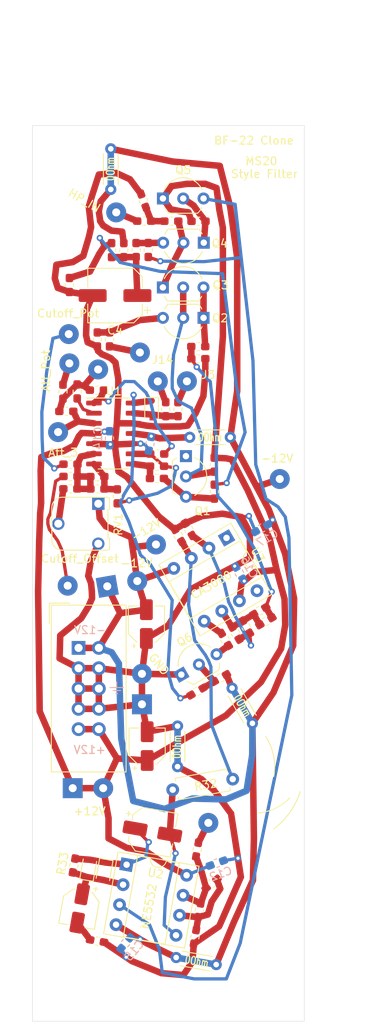
<source format=kicad_pcb>
(kicad_pcb (version 20171130) (host pcbnew "(5.1.2-1)-1")
  (layers (0 F.Cu signal) (31 B.Cu signal) (34 B.Paste user) (35 F.Paste user) (36 B.SilkS user) (37 F.SilkS user) (38 B.Mask user) (39 F.Mask user) (44 Edge.Cuts user))
  (net 0 "")
  (net 1 "Net-(C1-Pad2)")
  (net 2 "Net-(C1-Pad1)")
  (net 3 "Net-(C2-Pad2)")
  (net 4 "Net-(C2-Pad1)")
  (net 5 "Net-(C3-Pad1)")
  (net 6 "Net-(C3-Pad2)")
  (net 7 "Net-(C4-Pad1)")
  (net 8 Earth)
  (net 9 "Net-(C5-Pad2)")
  (net 10 "Net-(C6-Pad1)")
  (net 11 "Net-(C6-Pad2)")
  (net 12 "Net-(C7-Pad1)")
  (net 13 "Net-(C8-Pad1)")
  (net 14 "Net-(C8-Pad2)")
  (net 15 "Net-(C9-Pad1)")
  (net 16 "Net-(C9-Pad2)")
  (net 17 +12V)
  (net 18 -12V)
  (net 19 "Net-(D1-Pad1)")
  (net 20 "Net-(D1-Pad2)")
  (net 21 "Net-(J1-Pad1)")
  (net 22 "Net-(J2-Pad1)")
  (net 23 "Net-(J3-Pad1)")
  (net 24 "Net-(J4-Pad1)")
  (net 25 "Net-(J9-Pad1)")
  (net 26 "Net-(J10-Pad1)")
  (net 27 "Net-(Q1-Pad1)")
  (net 28 "Net-(Q1-Pad3)")
  (net 29 "Net-(Q1-Pad2)")
  (net 30 "Net-(Q2-Pad3)")
  (net 31 "Net-(Q4-Pad1)")
  (net 32 "Net-(Q4-Pad3)")
  (net 33 "Net-(Q5-Pad3)")
  (net 34 "Net-(Q6-Pad2)")
  (net 35 "Net-(Q6-Pad3)")
  (net 36 "Net-(R3-Pad1)")
  (net 37 "Net-(R6-Pad1)")
  (net 38 "Net-(R10-Pad2)")
  (net 39 "Net-(R10-Pad1)")
  (net 40 "Net-(R11-Pad1)")
  (net 41 "Net-(R13-Pad1)")
  (net 42 "Net-(R30-Pad2)")
  (net 43 "Net-(R36-Pad2)")
  (net 44 "Net-(U3-Pad8)")
  (net 45 "Net-(U3-Pad1)")
  (net 46 "Net-(J11-Pad1)")
  (net 47 "Net-(J12-Pad1)")
  (net 48 "Net-(J13-Pad1)")
  (net 49 "Net-(J14-Pad1)")
  (module Resistor_SMD:R_0603_1608Metric_Pad1.05x0.95mm_HandSolder (layer F.Cu) (at 17.19 104.53 80)
    (fp_text reference R33 (at 0 -1.43 80) (layer F.SilkS))
    (fp_text value 270k)
    (pad 2 smd roundrect (at 0.875 0 80) (size 1.05 0.95) (layers F.Cu F.Paste F.Mask) (net 13 "Net-(C8-Pad1)"))
    (pad 1 smd roundrect (at -0.875 0 80) (size 1.05 0.95) (layers F.Cu F.Paste F.Mask) (net 10 "Net-(C6-Pad1)"))
  )
  (module Resistor_THT:R_Axial_DIN0207_L6.3mm_D2.5mm_P7.62mm_Horizontal (layer F.Cu) (at 37.05 93.73 190)
    (fp_text reference R32 (at 3.445565 -0.133715 10) (layer F.SilkS))
    (fp_text value 7k3)
    (pad 2 thru_hole oval (at 7.62 0 190) (size 1.6 1.6) (drill 0.8) (layers *.Cu *.Mask) (net 14 "Net-(C8-Pad2)"))
    (pad 1 thru_hole circle (at 0 0 190) (size 1.6 1.6) (drill 0.8) (layers *.Cu *.Mask) (net 42 "Net-(R30-Pad2)"))
  )
  (module Capacitor_SMD:CP_Elec_6.3x5.4 (layer F.Cu) (at 22.33 33.26 180)
    (fp_text reference C4 (at 0 -4.35) (layer F.SilkS))
    (fp_text value 220u)
    (pad 2 smd roundrect (at 2.8 0 180) (size 3.5 1.6) (layers F.Cu F.Paste F.Mask) (roundrect_rratio 0.15625) (net 8 Earth))
    (pad 1 smd roundrect (at -2.8 0 180) (size 3.5 1.6) (layers F.Cu F.Paste F.Mask) (roundrect_rratio 0.15625) (net 7 "Net-(C4-Pad1)"))
  )
  (module MountingHole:MountingHole_3.5mm (layer F.Cu) (at 42 26)
    (fp_text reference REF** hide)
    (fp_text value MountingHole_3.5mm)
    (pad 1 np_thru_hole circle (at 0 0) (size 3.5 3.5) (drill 3.5) (layers *.Cu *.Mask))
  )
  (module MountingHole:MountingHole_3.5mm (layer F.Cu) (at 42 119)
    (fp_text reference REF** hide)
    (fp_text value MountingHole_3.5mm)
    (pad 1 np_thru_hole circle (at 0 0) (size 3.5 3.5) (drill 3.5) (layers *.Cu *.Mask))
  )
  (module Resistor_THT:R_Axial_DIN0204_L3.6mm_D1.6mm_P5.08mm_Horizontal (layer F.Cu) (at 29.98 116.04 350)
    (fp_text reference 0Ohm (at 2.624155 0.024695 170) (layer F.SilkS) (effects (font (size 1 0.7))))
    (fp_text value R_Axial_DIN0204_L3.6mm_D1.6mm_P5.08mm_Horizontal)
    (pad 2 thru_hole oval (at 5.08 0 350) (size 1.4 1.4) (drill 0.7) (layers *.Cu *.Mask) (net 18 -12V))
    (pad 1 thru_hole circle (at 0 0 350) (size 1.4 1.4) (drill 0.7) (layers *.Cu *.Mask) (net 18 -12V))
  )
  (module Resistor_THT:R_Axial_DIN0204_L3.6mm_D1.6mm_P5.08mm_Horizontal (layer F.Cu) (at 30.15 87.09 270)
    (fp_text reference 0Ohm (at 2.59 0.05 90) (layer F.SilkS) (effects (font (size 1 0.7))))
    (fp_text value R_Axial_DIN0204_L3.6mm_D1.6mm_P5.08mm_Horizontal)
    (pad 2 thru_hole oval (at 5.08 0 270) (size 1.4 1.4) (drill 0.7) (layers *.Cu *.Mask) (net 8 Earth))
    (pad 1 thru_hole circle (at 0 0 270) (size 1.4 1.4) (drill 0.7) (layers *.Cu *.Mask) (net 8 Earth))
  )
  (module Resistor_THT:R_Axial_DIN0204_L3.6mm_D1.6mm_P5.08mm_Horizontal (layer F.Cu) (at 21.8 14.91 270)
    (fp_text reference 0Ohm (at 2.52 0.02 90) (layer F.SilkS) (effects (font (size 1 0.7))))
    (fp_text value R_Axial_DIN0204_L3.6mm_D1.6mm_P5.08mm_Horizontal)
    (pad 2 thru_hole oval (at 5.08 0 270) (size 1.4 1.4) (drill 0.7) (layers *.Cu *.Mask) (net 18 -12V))
    (pad 1 thru_hole circle (at 0 0 270) (size 1.4 1.4) (drill 0.7) (layers *.Cu *.Mask) (net 18 -12V))
  )
  (module Connector_Wire:SolderWirePad_1x01_Drill1mm (layer F.Cu) (at 42.93 56.2)
    (fp_text reference -12V (at -0.32 -2.57) (layer F.SilkS))
    (fp_text value SolderWirePad_1x01_Drill1mm)
    (pad 1 thru_hole circle (at 0 0) (size 2.49936 2.49936) (drill 1.00076) (layers *.Cu *.Mask) (net 18 -12V))
  )
  (module Connector_Wire:SolderWirePad_1x01_Drill1mm (layer F.Cu) (at 27.45 64.39 30)
    (fp_text reference -12V (at -0.146551 -2.186166 30) (layer F.SilkS))
    (fp_text value SolderWirePad_1x01_Drill1mm)
    (pad 1 thru_hole circle (at 0 0 30) (size 2.49936 2.49936) (drill 1.00076) (layers *.Cu *.Mask) (net 18 -12V))
  )
  (module Resistor_THT:R_Axial_DIN0204_L3.6mm_D1.6mm_P5.08mm_Horizontal (layer F.Cu) (at 31.67 50.98)
    (fp_text reference 0Ohm (at 2.55 0.01) (layer F.SilkS) (effects (font (size 1 0.7))))
    (fp_text value R_Axial_DIN0204_L3.6mm_D1.6mm_P5.08mm_Horizontal)
    (pad 2 thru_hole oval (at 5.08 0) (size 1.4 1.4) (drill 0.7) (layers *.Cu *.Mask) (net 18 -12V))
    (pad 1 thru_hole circle (at 0 0) (size 1.4 1.4) (drill 0.7) (layers *.Cu *.Mask) (net 18 -12V))
  )
  (module Resistor_THT:R_Axial_DIN0204_L3.6mm_D1.6mm_P5.08mm_Horizontal (layer F.Cu) (at 39.51 86.75 120)
    (fp_text reference 0Ohm (at 2.521596 0.012468 120) (layer F.SilkS) (effects (font (size 1 0.7))))
    (fp_text value R_Axial_DIN0204_L3.6mm_D1.6mm_P5.08mm_Horizontal)
    (pad 2 thru_hole oval (at 5.08 0 120) (size 1.4 1.4) (drill 0.7) (layers *.Cu *.Mask) (net 18 -12V))
    (pad 1 thru_hole circle (at 0 0 120) (size 1.4 1.4) (drill 0.7) (layers *.Cu *.Mask) (net 18 -12V))
  )
  (module Connector_Wire:SolderWirePad_1x01_Drill1mm (layer F.Cu) (at 27.68 43.99)
    (fp_text reference J14 (at 0.6 -2.69) (layer F.SilkS))
    (fp_text value Res_Pot)
    (pad 1 thru_hole circle (at 0 0) (size 2.49936 2.49936) (drill 1.00076) (layers *.Cu *.Mask) (net 49 "Net-(J14-Pad1)"))
  )
  (module Connector_Wire:SolderWirePad_1x01_Drill1mm (layer F.Cu) (at 15.21 50.33)
    (fp_text reference J13 hide)
    (fp_text value Att_3)
    (pad 1 thru_hole circle (at 0 0) (size 2.49936 2.49936) (drill 1.00076) (layers *.Cu *.Mask) (net 48 "Net-(J13-Pad1)"))
  )
  (module Connector_Wire:SolderWirePad_1x01_Drill1mm (layer F.Cu) (at 16.55 38.08)
    (fp_text reference J12 hide)
    (fp_text value Cutoff_Pot)
    (pad 1 thru_hole circle (at 0 0) (size 2.49936 2.49936) (drill 1.00076) (layers *.Cu *.Mask) (net 47 "Net-(J12-Pad1)"))
  )
  (module Connector_Wire:SolderWirePad_1x01_Drill1mm (layer F.Cu) (at 16.62 41.74)
    (fp_text reference J11 hide)
    (fp_text value Att_1)
    (pad 1 thru_hole circle (at 0 0) (size 2.49936 2.49936) (drill 1.00076) (layers *.Cu *.Mask) (net 46 "Net-(J11-Pad1)"))
  )
  (module Package_TO_SOT_THT:TO-92_Inline_Wide (layer F.Cu) (at 30.625788 80.661731 30)
    (fp_text reference Q6 (at 2.54 -3.56 30) (layer F.SilkS))
    (fp_text value 2N3906)
    (pad 1 thru_hole rect (at 0 0 120) (size 1.5 1.5) (drill 0.8) (layers *.Cu *.Mask) (net 8 Earth))
    (pad 3 thru_hole circle (at 5.08 0 120) (size 1.5 1.5) (drill 0.8) (layers *.Cu *.Mask) (net 35 "Net-(Q6-Pad3)"))
    (pad 2 thru_hole circle (at 2.54 0 120) (size 1.5 1.5) (drill 0.8) (layers *.Cu *.Mask) (net 34 "Net-(Q6-Pad2)"))
  )
  (module Package_TO_SOT_THT:TO-92_Inline_Wide (layer F.Cu) (at 28.32 21.12)
    (fp_text reference Q5 (at 2.54 -3.56) (layer F.SilkS))
    (fp_text value 2N3906)
    (pad 1 thru_hole rect (at 0 0 90) (size 1.5 1.5) (drill 0.8) (layers *.Cu *.Mask) (net 17 +12V))
    (pad 3 thru_hole circle (at 5.08 0 90) (size 1.5 1.5) (drill 0.8) (layers *.Cu *.Mask) (net 33 "Net-(Q5-Pad3)"))
    (pad 2 thru_hole circle (at 2.54 0 90) (size 1.5 1.5) (drill 0.8) (layers *.Cu *.Mask) (net 31 "Net-(Q4-Pad1)"))
  )
  (module Package_DIP:DIP-8_W7.62mm_Socket (layer F.Cu) (at 36.275168 63.566748 300)
    (fp_text reference U3 (at 3.81 -2.33 120) (layer F.SilkS))
    (fp_text value CA3080)
    (pad 8 thru_hole oval (at 7.62 0 300) (size 1.6 1.6) (drill 0.8) (layers *.Cu *.Mask) (net 44 "Net-(U3-Pad8)"))
    (pad 4 thru_hole oval (at 0 7.62 300) (size 1.6 1.6) (drill 0.8) (layers *.Cu *.Mask) (net 18 -12V))
    (pad 7 thru_hole oval (at 7.62 2.54 300) (size 1.6 1.6) (drill 0.8) (layers *.Cu *.Mask) (net 17 +12V))
    (pad 3 thru_hole oval (at 0 5.08 300) (size 1.6 1.6) (drill 0.8) (layers *.Cu *.Mask) (net 42 "Net-(R30-Pad2)"))
    (pad 6 thru_hole oval (at 7.62 5.08 300) (size 1.6 1.6) (drill 0.8) (layers *.Cu *.Mask) (net 9 "Net-(C5-Pad2)"))
    (pad 2 thru_hole oval (at 0 2.54 300) (size 1.6 1.6) (drill 0.8) (layers *.Cu *.Mask) (net 12 "Net-(C7-Pad1)"))
    (pad 5 thru_hole oval (at 7.62 7.62 300) (size 1.6 1.6) (drill 0.8) (layers *.Cu *.Mask) (net 43 "Net-(R36-Pad2)"))
    (pad 1 thru_hole rect (at 0 0 300) (size 1.6 1.6) (drill 0.8) (layers *.Cu *.Mask) (net 45 "Net-(U3-Pad1)"))
  )
  (module Potentiometer_THT:Potentiometer_Runtron_RM-065_Vertical (layer F.Cu) (at 20.24 59.29 270)
    (fp_text reference RV1 (at 2.6 -2.5 90) (layer F.SilkS))
    (fp_text value 100k)
    (pad 2 thru_hole circle (at 2.5 5 270) (size 1.55 1.55) (drill 1) (layers *.Cu *.Mask) (net 36 "Net-(R3-Pad1)"))
    (pad 1 thru_hole rect (at 0 0 270) (size 1.55 1.55) (drill 1) (layers *.Cu *.Mask) (net 18 -12V))
    (pad 3 thru_hole circle (at 5 0 270) (size 1.55 1.55) (drill 1) (layers *.Cu *.Mask) (net 8 Earth))
  )
  (module Capacitor_SMD:CP_Elec_4x5.4 (layer F.Cu) (at 26.25 74.34 90)
    (fp_text reference C11 hide)
    (fp_text value 10u)
    (pad 2 smd roundrect (at 1.8 0 90) (size 2.6 1.6) (layers F.Cu F.Paste F.Mask) (roundrect_rratio 0.15625) (net 18 -12V))
    (pad 1 smd roundrect (at -1.8 0 90) (size 2.6 1.6) (layers F.Cu F.Paste F.Mask) (roundrect_rratio 0.15625) (net 8 Earth))
  )
  (module Capacitor_SMD:CP_Elec_4x5.4 (layer F.Cu) (at 26.35 89.6 90)
    (fp_text reference C10 hide)
    (fp_text value 10u)
    (pad 2 smd roundrect (at 1.8 0 90) (size 2.6 1.6) (layers F.Cu F.Paste F.Mask) (roundrect_rratio 0.15625) (net 8 Earth))
    (pad 1 smd roundrect (at -1.8 0 90) (size 2.6 1.6) (layers F.Cu F.Paste F.Mask) (roundrect_rratio 0.15625) (net 17 +12V))
  )
  (module Capacitor_SMD:CP_Elec_5x5.7 (layer F.Cu) (at 27.007509 100.28495 350)
    (fp_text reference C8 hide)
    (fp_text value 33u)
    (pad 2 smd roundrect (at 2.2 0 350) (size 3 1.6) (layers F.Cu F.Paste F.Mask) (roundrect_rratio 0.15625) (net 14 "Net-(C8-Pad2)"))
    (pad 1 smd roundrect (at -2.2 0 350) (size 3 1.6) (layers F.Cu F.Paste F.Mask) (roundrect_rratio 0.15625) (net 13 "Net-(C8-Pad1)"))
  )
  (module Capacitor_SMD:CP_Elec_4x5.4 (layer F.Cu) (at 17.909448 109.90118 260)
    (fp_text reference C6 hide)
    (fp_text value 10u)
    (pad 2 smd roundrect (at 1.8 0 260) (size 2.6 1.6) (layers F.Cu F.Paste F.Mask) (roundrect_rratio 0.15625) (net 11 "Net-(C6-Pad2)"))
    (pad 1 smd roundrect (at -1.8 0 260) (size 2.6 1.6) (layers F.Cu F.Paste F.Mask) (roundrect_rratio 0.15625) (net 10 "Net-(C6-Pad1)"))
  )
  (module MountingHole:MountingHole_3.5mm (layer F.Cu) (at 16 119)
    (fp_text reference REF** hide)
    (fp_text value MountingHole_3.5mm)
    (pad 1 np_thru_hole circle (at 0 0) (size 3.5 3.5) (drill 3.5) (layers *.Cu *.Mask))
  )
  (module MountingHole:MountingHole_3.5mm (layer F.Cu) (at 16 26)
    (fp_text reference REF** hide)
    (fp_text value MountingHole_3.5mm)
    (pad 1 np_thru_hole circle (at 0 0) (size 3.5 3.5) (drill 3.5) (layers *.Cu *.Mask))
  )
  (module Capacitor_SMD:C_0603_1608Metric_Pad1.05x0.95mm_HandSolder (layer F.Cu) (at 20.13 57.44 180)
    (fp_text reference C1 hide)
    (fp_text value 1n)
    (pad 2 smd roundrect (at 0.875 0 180) (size 1.05 0.95) (layers F.Cu F.Paste F.Mask) (net 1 "Net-(C1-Pad2)"))
    (pad 1 smd roundrect (at -0.875 0 180) (size 1.05 0.95) (layers F.Cu F.Paste F.Mask) (net 2 "Net-(C1-Pad1)"))
  )
  (module Capacitor_SMD:C_0603_1608Metric_Pad1.05x0.95mm_HandSolder (layer F.Cu) (at 32.74 39.64)
    (fp_text reference C2 hide)
    (fp_text value 3n3)
    (pad 2 smd roundrect (at 0.875 0) (size 1.05 0.95) (layers F.Cu F.Paste F.Mask) (net 3 "Net-(C2-Pad2)"))
    (pad 1 smd roundrect (at -0.875 0) (size 1.05 0.95) (layers F.Cu F.Paste F.Mask) (net 4 "Net-(C2-Pad1)"))
  )
  (module Capacitor_SMD:C_0603_1608Metric_Pad1.05x0.95mm_HandSolder (layer F.Cu) (at 29.37 23.96)
    (fp_text reference C3 hide)
    (fp_text value 1n)
    (pad 1 smd roundrect (at -0.875 0) (size 1.05 0.95) (layers F.Cu F.Paste F.Mask) (net 5 "Net-(C3-Pad1)"))
    (pad 2 smd roundrect (at 0.875 0) (size 1.05 0.95) (layers F.Cu F.Paste F.Mask) (net 6 "Net-(C3-Pad2)"))
  )
  (module Capacitor_SMD:C_0603_1608Metric_Pad1.05x0.95mm_HandSolder (layer F.Cu) (at 40.423785 72.67236 210)
    (fp_text reference C5 hide)
    (fp_text value 1n)
    (pad 2 smd roundrect (at 0.875 0 210) (size 1.05 0.95) (layers F.Cu F.Paste F.Mask) (net 9 "Net-(C5-Pad2)"))
    (pad 1 smd roundrect (at -0.875 0 210) (size 1.05 0.95) (layers F.Cu F.Paste F.Mask) (net 4 "Net-(C2-Pad1)"))
  )
  (module Capacitor_SMD:C_0603_1608Metric_Pad1.05x0.95mm_HandSolder (layer F.Cu) (at 38.727381 74.714103 120)
    (fp_text reference C7 hide)
    (fp_text value 220p)
    (pad 2 smd roundrect (at 0.875 0 120) (size 1.05 0.95) (layers F.Cu F.Paste F.Mask) (net 9 "Net-(C5-Pad2)"))
    (pad 1 smd roundrect (at -0.875 0 120) (size 1.05 0.95) (layers F.Cu F.Paste F.Mask) (net 12 "Net-(C7-Pad1)"))
  )
  (module Capacitor_SMD:C_0603_1608Metric_Pad1.05x0.95mm_HandSolder (layer F.Cu) (at 34.4 106.81 220)
    (fp_text reference C9 hide)
    (fp_text value 220p)
    (pad 1 smd roundrect (at -0.875 0 220) (size 1.05 0.95) (layers F.Cu F.Paste F.Mask) (net 15 "Net-(C9-Pad1)"))
    (pad 2 smd roundrect (at 0.875 0 220) (size 1.05 0.95) (layers F.Cu F.Paste F.Mask) (net 16 "Net-(C9-Pad2)"))
  )
  (module Capacitor_SMD:C_0603_1608Metric_Pad1.05x0.95mm_HandSolder (layer B.Cu) (at 35.06 104.23 20)
    (fp_text reference C12 (at 0 1.43 20) (layer B.SilkS) (effects (justify mirror)))
    (fp_text value 100n)
    (pad 1 smd roundrect (at -0.875 0 20) (size 1.05 0.95) (layers B.Cu B.Paste B.Mask) (net 17 +12V))
    (pad 2 smd roundrect (at 0.875 0 20) (size 1.05 0.95) (layers B.Cu B.Paste B.Mask) (net 8 Earth))
  )
  (module Capacitor_SMD:C_0603_1608Metric_Pad1.05x0.95mm_HandSolder (layer B.Cu) (at 26.7 51.79 80)
    (fp_text reference C13 hide)
    (fp_text value 100n)
    (pad 2 smd roundrect (at 0.875 0 80) (size 1.05 0.95) (layers B.Cu B.Paste B.Mask) (net 18 -12V))
    (pad 1 smd roundrect (at -0.875 0 80) (size 1.05 0.95) (layers B.Cu B.Paste B.Mask) (net 8 Earth))
  )
  (module Capacitor_SMD:C_0603_1608Metric_Pad1.05x0.95mm_HandSolder (layer B.Cu) (at 21.64 51.1 270)
    (fp_text reference C14 (at 0 1.43 90) (layer B.SilkS) (effects (justify mirror)))
    (fp_text value 100n)
    (pad 1 smd roundrect (at -0.875 0 270) (size 1.05 0.95) (layers B.Cu B.Paste B.Mask) (net 17 +12V))
    (pad 2 smd roundrect (at 0.875 0 270) (size 1.05 0.95) (layers B.Cu B.Paste B.Mask) (net 8 Earth))
  )
  (module Capacitor_SMD:C_0603_1608Metric_Pad1.05x0.95mm_HandSolder (layer B.Cu) (at 23.64 114.24 50)
    (fp_text reference C15 (at 0 1.43 50) (layer B.SilkS) (effects (justify mirror)))
    (fp_text value 100n)
    (pad 2 smd roundrect (at 0.875 0 50) (size 1.05 0.95) (layers B.Cu B.Paste B.Mask) (net 18 -12V))
    (pad 1 smd roundrect (at -0.875 0 50) (size 1.05 0.95) (layers B.Cu B.Paste B.Mask) (net 8 Earth))
  )
  (module Capacitor_SMD:C_0603_1608Metric_Pad1.05x0.95mm_HandSolder (layer B.Cu) (at 37.88 67.97 120)
    (fp_text reference C16 (at 0 1.43 120) (layer B.SilkS) (effects (justify mirror)))
    (fp_text value 100n)
    (pad 2 smd roundrect (at 0.875 0 120) (size 1.05 0.95) (layers B.Cu B.Paste B.Mask) (net 8 Earth))
    (pad 1 smd roundrect (at -0.875 0 120) (size 1.05 0.95) (layers B.Cu B.Paste B.Mask) (net 17 +12V))
  )
  (module Capacitor_SMD:C_0603_1608Metric_Pad1.05x0.95mm_HandSolder (layer B.Cu) (at 40.66 62.35 30)
    (fp_text reference C17 (at 0 1.43 30) (layer B.SilkS) (effects (justify mirror)))
    (fp_text value 100n)
    (pad 1 smd roundrect (at -0.875 0 30) (size 1.05 0.95) (layers B.Cu B.Paste B.Mask) (net 8 Earth))
    (pad 2 smd roundrect (at 0.875 0 30) (size 1.05 0.95) (layers B.Cu B.Paste B.Mask) (net 18 -12V))
  )
  (module Diode_SMD:D_SOD-323F (layer F.Cu) (at 26.9 47.52 270)
    (fp_text reference D1 hide)
    (fp_text value D_Small)
    (pad 1 smd rect (at -1.1 0 270) (size 0.5 0.5) (layers F.Cu F.Paste F.Mask) (net 19 "Net-(D1-Pad1)"))
    (pad 2 smd rect (at 1.1 0 270) (size 0.5 0.5) (layers F.Cu F.Paste F.Mask) (net 20 "Net-(D1-Pad2)"))
  )
  (module Diode_SMD:D_SOD-323F (layer F.Cu) (at 20.9848 105.244463 260)
    (fp_text reference D2 hide)
    (fp_text value D_Small)
    (pad 2 smd rect (at 1.1 0 260) (size 0.5 0.5) (layers F.Cu F.Paste F.Mask) (net 10 "Net-(C6-Pad1)"))
    (pad 1 smd rect (at -1.1 0 260) (size 0.5 0.5) (layers F.Cu F.Paste F.Mask) (net 13 "Net-(C8-Pad1)"))
  )
  (module Diode_SMD:D_SOD-323F (layer F.Cu) (at 19.015184 104.897167 80)
    (fp_text reference D3 hide)
    (fp_text value D_Small)
    (pad 1 smd rect (at -1.1 0 80) (size 0.5 0.5) (layers F.Cu F.Paste F.Mask) (net 10 "Net-(C6-Pad1)"))
    (pad 2 smd rect (at 1.1 0 80) (size 0.5 0.5) (layers F.Cu F.Paste F.Mask) (net 13 "Net-(C8-Pad1)"))
  )
  (module Connector_Wire:SolderWirePad_1x01_Drill1mm (layer F.Cu) (at 16.41 69.54)
    (fp_text reference J1 hide)
    (fp_text value Cutoff_CV_2)
    (pad 1 thru_hole circle (at 0 0) (size 2.49936 2.49936) (drill 1.00076) (layers *.Cu *.Mask) (net 21 "Net-(J1-Pad1)"))
  )
  (module Connector_Wire:SolderWirePad_1x01_Drill1mm (layer F.Cu) (at 20.22 42.5)
    (fp_text reference J2 hide)
    (fp_text value Cutoff_CV_1)
    (pad 1 thru_hole circle (at 0 0) (size 2.49936 2.49936) (drill 1.00076) (layers *.Cu *.Mask) (net 22 "Net-(J2-Pad1)"))
  )
  (module Connector_Wire:SolderWirePad_1x01_Drill1mm (layer F.Cu) (at 31.32 43.98)
    (fp_text reference J3 (at 2.67 -0.81) (layer F.SilkS))
    (fp_text value Res_CV)
    (pad 1 thru_hole circle (at 0 0) (size 2.49936 2.49936) (drill 1.00076) (layers *.Cu *.Mask) (net 23 "Net-(J3-Pad1)"))
  )
  (module Connector_Wire:SolderWirePad_1x01_Drill1mm (layer F.Cu) (at 34 99.2 350)
    (fp_text reference J4 hide)
    (fp_text value Out)
    (pad 1 thru_hole circle (at 0 0 350) (size 2.49936 2.49936) (drill 1.00076) (layers *.Cu *.Mask) (net 24 "Net-(J4-Pad1)"))
  )
  (module Connector_IDC:IDC-Header_2x05_P2.54mm_Vertical (layer F.Cu) (at 17.77 77.32)
    (fp_text reference J5 hide)
    (fp_text value PWR)
    (pad 1 thru_hole rect (at 0 0) (size 1.7272 1.7272) (drill 1.016) (layers *.Cu *.Mask) (net 18 -12V))
    (pad 2 thru_hole oval (at 2.54 0) (size 1.7272 1.7272) (drill 1.016) (layers *.Cu *.Mask) (net 18 -12V))
    (pad 3 thru_hole oval (at 0 2.54) (size 1.7272 1.7272) (drill 1.016) (layers *.Cu *.Mask) (net 8 Earth))
    (pad 4 thru_hole oval (at 2.54 2.54) (size 1.7272 1.7272) (drill 1.016) (layers *.Cu *.Mask) (net 8 Earth))
    (pad 5 thru_hole oval (at 0 5.08) (size 1.7272 1.7272) (drill 1.016) (layers *.Cu *.Mask) (net 8 Earth))
    (pad 6 thru_hole oval (at 2.54 5.08) (size 1.7272 1.7272) (drill 1.016) (layers *.Cu *.Mask) (net 8 Earth))
    (pad 7 thru_hole oval (at 0 7.62) (size 1.7272 1.7272) (drill 1.016) (layers *.Cu *.Mask) (net 8 Earth))
    (pad 8 thru_hole oval (at 2.54 7.62) (size 1.7272 1.7272) (drill 1.016) (layers *.Cu *.Mask) (net 8 Earth))
    (pad 9 thru_hole oval (at 0 10.16) (size 1.7272 1.7272) (drill 1.016) (layers *.Cu *.Mask) (net 17 +12V))
    (pad 10 thru_hole oval (at 2.54 10.16) (size 1.7272 1.7272) (drill 1.016) (layers *.Cu *.Mask) (net 17 +12V))
  )
  (module Connector_Wire:SolderWirePad_1x02_P3.81mm_Drill1mm (layer F.Cu) (at 17.04 94.86)
    (fp_text reference J6 hide)
    (fp_text value +12V)
    (pad 1 thru_hole rect (at 0 0) (size 2.49936 2.49936) (drill 1.00076) (layers *.Cu *.Mask) (net 17 +12V))
    (pad 2 thru_hole circle (at 3.81 0) (size 2.49936 2.49936) (drill 1.00076) (layers *.Cu *.Mask) (net 17 +12V))
  )
  (module Connector_Wire:SolderWirePad_1x02_P3.81mm_Drill1mm (layer F.Cu) (at 25.7 84.37 90)
    (fp_text reference J7 hide)
    (fp_text value GND)
    (pad 2 thru_hole circle (at 3.81 0 90) (size 2.49936 2.49936) (drill 1.00076) (layers *.Cu *.Mask) (net 8 Earth))
    (pad 1 thru_hole rect (at 0 0 90) (size 2.49936 2.49936) (drill 1.00076) (layers *.Cu *.Mask) (net 8 Earth))
  )
  (module Connector_Wire:SolderWirePad_1x02_P3.81mm_Drill1mm (layer F.Cu) (at 21.36 69.62 10)
    (fp_text reference J8 hide)
    (fp_text value -12V)
    (pad 1 thru_hole rect (at 0 0 10) (size 2.49936 2.49936) (drill 1.00076) (layers *.Cu *.Mask) (net 18 -12V))
    (pad 2 thru_hole circle (at 3.81 0 10) (size 2.49936 2.49936) (drill 1.00076) (layers *.Cu *.Mask) (net 18 -12V))
  )
  (module Connector_Wire:SolderWirePad_1x01_Drill1mm (layer F.Cu) (at 25.44 40.38)
    (fp_text reference J9 hide)
    (fp_text value LP_In)
    (pad 1 thru_hole circle (at 0 0) (size 2.49936 2.49936) (drill 1.00076) (layers *.Cu *.Mask) (net 25 "Net-(J9-Pad1)"))
  )
  (module Connector_Wire:SolderWirePad_1x01_Drill1mm (layer F.Cu) (at 22.48 22.86)
    (fp_text reference J10 hide)
    (fp_text value HP_In)
    (pad 1 thru_hole circle (at 0 0) (size 2.49936 2.49936) (drill 1.00076) (layers *.Cu *.Mask) (net 26 "Net-(J10-Pad1)"))
  )
  (module Package_TO_SOT_THT:TO-92L_Inline_Wide (layer F.Cu) (at 31.2 53.34 270)
    (fp_text reference Q1 (at 6.86 -2.08 180) (layer F.SilkS))
    (fp_text value 2SC1623)
    (pad 1 thru_hole rect (at 0 0) (size 1.5 1.5) (drill 0.8) (layers *.Cu *.Mask) (net 27 "Net-(Q1-Pad1)"))
    (pad 3 thru_hole circle (at 5.08 0) (size 1.5 1.5) (drill 0.8) (layers *.Cu *.Mask) (net 28 "Net-(Q1-Pad3)"))
    (pad 2 thru_hole circle (at 2.54 0) (size 1.5 1.5) (drill 0.8) (layers *.Cu *.Mask) (net 29 "Net-(Q1-Pad2)"))
  )
  (module Package_TO_SOT_THT:TO-92L_Inline_Wide (layer F.Cu) (at 33.4 36.05 180)
    (fp_text reference Q2 (at -2.07 -0.04) (layer F.SilkS))
    (fp_text value 2SC1623)
    (pad 2 thru_hole circle (at 2.54 0 270) (size 1.5 1.5) (drill 0.8) (layers *.Cu *.Mask) (net 29 "Net-(Q1-Pad2)"))
    (pad 3 thru_hole circle (at 5.08 0 270) (size 1.5 1.5) (drill 0.8) (layers *.Cu *.Mask) (net 30 "Net-(Q2-Pad3)"))
    (pad 1 thru_hole rect (at 0 0 270) (size 1.5 1.5) (drill 0.8) (layers *.Cu *.Mask) (net 3 "Net-(C2-Pad2)"))
  )
  (module Package_TO_SOT_THT:TO-92L_Inline_Wide (layer F.Cu) (at 28.315001 32.245)
    (fp_text reference Q3 (at 7.214999 -0.275) (layer F.SilkS))
    (fp_text value 2SC1623)
    (pad 2 thru_hole circle (at 2.54 0 90) (size 1.5 1.5) (drill 0.8) (layers *.Cu *.Mask) (net 29 "Net-(Q1-Pad2)"))
    (pad 3 thru_hole circle (at 5.08 0 90) (size 1.5 1.5) (drill 0.8) (layers *.Cu *.Mask) (net 3 "Net-(C2-Pad2)"))
    (pad 1 thru_hole rect (at 0 0 90) (size 1.5 1.5) (drill 0.8) (layers *.Cu *.Mask) (net 6 "Net-(C3-Pad2)"))
  )
  (module Package_TO_SOT_THT:TO-92L_Inline_Wide (layer F.Cu) (at 33.43 26.65 180)
    (fp_text reference Q4 (at -1.99 -0.1) (layer F.SilkS))
    (fp_text value 2N3819)
    (pad 1 thru_hole rect (at 0 0 270) (size 1.5 1.5) (drill 0.8) (layers *.Cu *.Mask) (net 31 "Net-(Q4-Pad1)"))
    (pad 3 thru_hole circle (at 5.08 0 270) (size 1.5 1.5) (drill 0.8) (layers *.Cu *.Mask) (net 32 "Net-(Q4-Pad3)"))
    (pad 2 thru_hole circle (at 2.54 0 270) (size 1.5 1.5) (drill 0.8) (layers *.Cu *.Mask) (net 6 "Net-(C3-Pad2)"))
  )
  (module Resistor_SMD:R_0603_1608Metric_Pad1.05x0.95mm_HandSolder (layer F.Cu) (at 16.76 54.35 180)
    (fp_text reference R1 hide)
    (fp_text value 100k)
    (pad 1 smd roundrect (at -0.875 0 180) (size 1.05 0.95) (layers F.Cu F.Paste F.Mask) (net 1 "Net-(C1-Pad2)"))
    (pad 2 smd roundrect (at 0.875 0 180) (size 1.05 0.95) (layers F.Cu F.Paste F.Mask) (net 47 "Net-(J12-Pad1)"))
  )
  (module Resistor_SMD:R_0603_1608Metric_Pad1.05x0.95mm_HandSolder (layer F.Cu) (at 16.76 55.88 180)
    (fp_text reference R2 hide)
    (fp_text value 100k)
    (pad 2 smd roundrect (at 0.875 0 180) (size 1.05 0.95) (layers F.Cu F.Paste F.Mask) (net 21 "Net-(J1-Pad1)"))
    (pad 1 smd roundrect (at -0.875 0 180) (size 1.05 0.95) (layers F.Cu F.Paste F.Mask) (net 1 "Net-(C1-Pad2)"))
  )
  (module Resistor_SMD:R_0603_1608Metric_Pad1.05x0.95mm_HandSolder (layer F.Cu) (at 16.745 57.43)
    (fp_text reference R3 hide)
    (fp_text value 47k)
    (pad 2 smd roundrect (at 0.875 0) (size 1.05 0.95) (layers F.Cu F.Paste F.Mask) (net 1 "Net-(C1-Pad2)"))
    (pad 1 smd roundrect (at -0.875 0) (size 1.05 0.95) (layers F.Cu F.Paste F.Mask) (net 36 "Net-(R3-Pad1)"))
  )
  (module Resistor_SMD:R_0603_1608Metric_Pad1.05x0.95mm_HandSolder (layer F.Cu) (at 15.82 45.28 90)
    (fp_text reference R4 hide)
    (fp_text value 43k)
    (pad 2 smd roundrect (at 0.875 0 90) (size 1.05 0.95) (layers F.Cu F.Paste F.Mask) (net 46 "Net-(J11-Pad1)"))
    (pad 1 smd roundrect (at -0.875 0 90) (size 1.05 0.95) (layers F.Cu F.Paste F.Mask) (net 22 "Net-(J2-Pad1)"))
  )
  (module Resistor_SMD:R_0603_1608Metric_Pad1.05x0.95mm_HandSolder (layer F.Cu) (at 16.24 47.74 180)
    (fp_text reference R5 hide)
    (fp_text value 100k)
    (pad 2 smd roundrect (at 0.875 0 180) (size 1.05 0.95) (layers F.Cu F.Paste F.Mask) (net 22 "Net-(J2-Pad1)"))
    (pad 1 smd roundrect (at -0.875 0 180) (size 1.05 0.95) (layers F.Cu F.Paste F.Mask) (net 48 "Net-(J13-Pad1)"))
  )
  (module Resistor_SMD:R_0603_1608Metric_Pad1.05x0.95mm_HandSolder (layer F.Cu) (at 17.6 45.25 90)
    (fp_text reference R6 hide)
    (fp_text value 100k)
    (pad 1 smd roundrect (at -0.875 0 90) (size 1.05 0.95) (layers F.Cu F.Paste F.Mask) (net 37 "Net-(R6-Pad1)"))
    (pad 2 smd roundrect (at 0.875 0 90) (size 1.05 0.95) (layers F.Cu F.Paste F.Mask) (net 22 "Net-(J2-Pad1)"))
  )
  (module Resistor_SMD:R_0603_1608Metric_Pad1.05x0.95mm_HandSolder (layer F.Cu) (at 20.06 45.09 180)
    (fp_text reference R7 hide)
    (fp_text value 100k)
    (pad 1 smd roundrect (at -0.875 0 180) (size 1.05 0.95) (layers F.Cu F.Paste F.Mask) (net 38 "Net-(R10-Pad2)"))
    (pad 2 smd roundrect (at 0.875 0 180) (size 1.05 0.95) (layers F.Cu F.Paste F.Mask) (net 22 "Net-(J2-Pad1)"))
  )
  (module Resistor_SMD:R_0603_1608Metric_Pad1.05x0.95mm_HandSolder (layer F.Cu) (at 20.12 55.9 180)
    (fp_text reference R8 hide)
    (fp_text value 100k)
    (pad 1 smd roundrect (at -0.875 0 180) (size 1.05 0.95) (layers F.Cu F.Paste F.Mask) (net 2 "Net-(C1-Pad1)"))
    (pad 2 smd roundrect (at 0.875 0 180) (size 1.05 0.95) (layers F.Cu F.Paste F.Mask) (net 1 "Net-(C1-Pad2)"))
  )
  (module Resistor_SMD:R_0603_1608Metric_Pad1.05x0.95mm_HandSolder (layer F.Cu) (at 22.61 58.37 90)
    (fp_text reference R9 hide)
    (fp_text value 10k)
    (pad 1 smd roundrect (at -0.875 0 90) (size 1.05 0.95) (layers F.Cu F.Paste F.Mask) (net 39 "Net-(R10-Pad1)"))
    (pad 2 smd roundrect (at 0.875 0 90) (size 1.05 0.95) (layers F.Cu F.Paste F.Mask) (net 2 "Net-(C1-Pad1)"))
  )
  (module Resistor_SMD:R_0603_1608Metric_Pad1.05x0.95mm_HandSolder (layer F.Cu) (at 27.61 53.07)
    (fp_text reference R10 hide)
    (fp_text value 10k)
    (pad 2 smd roundrect (at 0.875 0) (size 1.05 0.95) (layers F.Cu F.Paste F.Mask) (net 38 "Net-(R10-Pad2)"))
    (pad 1 smd roundrect (at -0.875 0) (size 1.05 0.95) (layers F.Cu F.Paste F.Mask) (net 39 "Net-(R10-Pad1)"))
  )
  (module Resistor_SMD:R_0603_1608Metric_Pad1.05x0.95mm_HandSolder (layer F.Cu) (at 27.59 54.6)
    (fp_text reference R11 hide)
    (fp_text value 10k)
    (pad 2 smd roundrect (at 0.875 0) (size 1.05 0.95) (layers F.Cu F.Paste F.Mask) (net 39 "Net-(R10-Pad1)"))
    (pad 1 smd roundrect (at -0.875 0) (size 1.05 0.95) (layers F.Cu F.Paste F.Mask) (net 40 "Net-(R11-Pad1)"))
  )
  (module Resistor_SMD:R_0603_1608Metric_Pad1.05x0.95mm_HandSolder (layer F.Cu) (at 27.57 56.13 180)
    (fp_text reference R12 hide)
    (fp_text value 47k)
    (pad 1 smd roundrect (at -0.875 0 180) (size 1.05 0.95) (layers F.Cu F.Paste F.Mask) (net 28 "Net-(Q1-Pad3)"))
    (pad 2 smd roundrect (at 0.875 0 180) (size 1.05 0.95) (layers F.Cu F.Paste F.Mask) (net 40 "Net-(R11-Pad1)"))
  )
  (module Resistor_SMD:R_0603_1608Metric_Pad1.05x0.95mm_HandSolder (layer F.Cu) (at 34.75 57.78 270)
    (fp_text reference R13 hide)
    (fp_text value 680)
    (pad 2 smd roundrect (at 0.875 0 270) (size 1.05 0.95) (layers F.Cu F.Paste F.Mask) (net 28 "Net-(Q1-Pad3)"))
    (pad 1 smd roundrect (at -0.875 0 270) (size 1.05 0.95) (layers F.Cu F.Paste F.Mask) (net 41 "Net-(R13-Pad1)"))
  )
  (module Resistor_SMD:R_0603_1608Metric_Pad1.05x0.95mm_HandSolder (layer F.Cu) (at 34.74 54.41 90)
    (fp_text reference R14 hide)
    (fp_text value 470k)
    (pad 1 smd roundrect (at -0.875 0 90) (size 1.05 0.95) (layers F.Cu F.Paste F.Mask) (net 29 "Net-(Q1-Pad2)"))
    (pad 2 smd roundrect (at 0.875 0 90) (size 1.05 0.95) (layers F.Cu F.Paste F.Mask) (net 17 +12V))
  )
  (module Resistor_SMD:R_0603_1608Metric_Pad1.05x0.95mm_HandSolder (layer F.Cu) (at 21.65 38.74 90)
    (fp_text reference R15 hide)
    (fp_text value 10k)
    (pad 2 smd roundrect (at 0.875 0 90) (size 1.05 0.95) (layers F.Cu F.Paste F.Mask) (net 30 "Net-(Q2-Pad3)"))
    (pad 1 smd roundrect (at -0.875 0 90) (size 1.05 0.95) (layers F.Cu F.Paste F.Mask) (net 25 "Net-(J9-Pad1)"))
  )
  (module Resistor_SMD:R_0603_1608Metric_Pad1.05x0.95mm_HandSolder (layer F.Cu) (at 20.12 38.75 90)
    (fp_text reference R16 hide)
    (fp_text value 47)
    (pad 1 smd roundrect (at -0.875 0 90) (size 1.05 0.95) (layers F.Cu F.Paste F.Mask) (net 8 Earth))
    (pad 2 smd roundrect (at 0.875 0 90) (size 1.05 0.95) (layers F.Cu F.Paste F.Mask) (net 30 "Net-(Q2-Pad3)"))
  )
  (module Resistor_SMD:R_0603_1608Metric_Pad1.05x0.95mm_HandSolder (layer F.Cu) (at 32.75 41.16 180)
    (fp_text reference R17 hide)
    (fp_text value 220)
    (pad 2 smd roundrect (at 0.875 0 180) (size 1.05 0.95) (layers F.Cu F.Paste F.Mask) (net 4 "Net-(C2-Pad1)"))
    (pad 1 smd roundrect (at -0.875 0 180) (size 1.05 0.95) (layers F.Cu F.Paste F.Mask) (net 8 Earth))
  )
  (module Resistor_SMD:R_0603_1608Metric_Pad1.05x0.95mm_HandSolder (layer F.Cu) (at 25.98 23.95)
    (fp_text reference R18 hide)
    (fp_text value 10k)
    (pad 1 smd roundrect (at -0.875 0) (size 1.05 0.95) (layers F.Cu F.Paste F.Mask) (net 26 "Net-(J10-Pad1)"))
    (pad 2 smd roundrect (at 0.875 0) (size 1.05 0.95) (layers F.Cu F.Paste F.Mask) (net 5 "Net-(C3-Pad1)"))
  )
  (module Resistor_SMD:R_0603_1608Metric_Pad1.05x0.95mm_HandSolder (layer F.Cu) (at 21.9 27.58 270)
    (fp_text reference R19 hide)
    (fp_text value 15k)
    (pad 2 smd roundrect (at 0.875 0 270) (size 1.05 0.95) (layers F.Cu F.Paste F.Mask) (net 7 "Net-(C4-Pad1)"))
    (pad 1 smd roundrect (at -0.875 0 270) (size 1.05 0.95) (layers F.Cu F.Paste F.Mask) (net 41 "Net-(R13-Pad1)"))
  )
  (module Resistor_SMD:R_0603_1608Metric_Pad1.05x0.95mm_HandSolder (layer F.Cu) (at 16.63 31.94 90)
    (fp_text reference R20 hide)
    (fp_text value 220)
    (pad 1 smd roundrect (at -0.875 0 90) (size 1.05 0.95) (layers F.Cu F.Paste F.Mask) (net 8 Earth))
    (pad 2 smd roundrect (at 0.875 0 90) (size 1.05 0.95) (layers F.Cu F.Paste F.Mask) (net 41 "Net-(R13-Pad1)"))
  )
  (module Resistor_SMD:R_0603_1608Metric_Pad1.05x0.95mm_HandSolder (layer F.Cu) (at 25.88 21.39 290)
    (fp_text reference R21 hide)
    (fp_text value 47)
    (pad 2 smd roundrect (at 0.875 0 290) (size 1.05 0.95) (layers F.Cu F.Paste F.Mask) (net 5 "Net-(C3-Pad1)"))
    (pad 1 smd roundrect (at -0.875 0 290) (size 1.05 0.95) (layers F.Cu F.Paste F.Mask) (net 8 Earth))
  )
  (module Resistor_SMD:R_0603_1608Metric_Pad1.05x0.95mm_HandSolder (layer F.Cu) (at 32.77 23.97 180)
    (fp_text reference R22 hide)
    (fp_text value 10k)
    (pad 1 smd roundrect (at -0.875 0 180) (size 1.05 0.95) (layers F.Cu F.Paste F.Mask) (net 31 "Net-(Q4-Pad1)"))
    (pad 2 smd roundrect (at 0.875 0 180) (size 1.05 0.95) (layers F.Cu F.Paste F.Mask) (net 17 +12V))
  )
  (module Resistor_SMD:R_0603_1608Metric_Pad1.05x0.95mm_HandSolder (layer F.Cu) (at 24.97 27.57 270)
    (fp_text reference R23 hide)
    (fp_text value 10k)
    (pad 1 smd roundrect (at -0.875 0 270) (size 1.05 0.95) (layers F.Cu F.Paste F.Mask) (net 32 "Net-(Q4-Pad3)"))
    (pad 2 smd roundrect (at 0.875 0 270) (size 1.05 0.95) (layers F.Cu F.Paste F.Mask) (net 7 "Net-(C4-Pad1)"))
  )
  (module Resistor_SMD:R_0603_1608Metric_Pad1.05x0.95mm_HandSolder (layer F.Cu) (at 23.43 27.58 270)
    (fp_text reference R24 hide)
    (fp_text value 470)
    (pad 2 smd roundrect (at 0.875 0 270) (size 1.05 0.95) (layers F.Cu F.Paste F.Mask) (net 7 "Net-(C4-Pad1)"))
    (pad 1 smd roundrect (at -0.875 0 270) (size 1.05 0.95) (layers F.Cu F.Paste F.Mask) (net 18 -12V))
  )
  (module Resistor_SMD:R_0603_1608Metric_Pad1.05x0.95mm_HandSolder (layer F.Cu) (at 41.197443 73.992378 210)
    (fp_text reference R25 hide)
    (fp_text value 5k6)
    (pad 1 smd roundrect (at -0.875 0 210) (size 1.05 0.95) (layers F.Cu F.Paste F.Mask) (net 4 "Net-(C2-Pad1)"))
    (pad 2 smd roundrect (at 0.875 0 210) (size 1.05 0.95) (layers F.Cu F.Paste F.Mask) (net 9 "Net-(C5-Pad2)"))
  )
  (module Resistor_SMD:R_0603_1608Metric_Pad1.05x0.95mm_HandSolder (layer F.Cu) (at 26.49 27.56 270)
    (fp_text reference R26 hide)
    (fp_text value 820)
    (pad 1 smd roundrect (at -0.875 0 270) (size 1.05 0.95) (layers F.Cu F.Paste F.Mask) (net 32 "Net-(Q4-Pad3)"))
    (pad 2 smd roundrect (at 0.875 0 270) (size 1.05 0.95) (layers F.Cu F.Paste F.Mask) (net 33 "Net-(Q5-Pad3)"))
  )
  (module Resistor_SMD:R_0603_1608Metric_Pad1.05x0.95mm_HandSolder (layer F.Cu) (at 28.67 47.47 270)
    (fp_text reference R27 hide)
    (fp_text value 100k)
    (pad 1 smd roundrect (at -0.875 0 270) (size 1.05 0.95) (layers F.Cu F.Paste F.Mask) (net 49 "Net-(J14-Pad1)"))
    (pad 2 smd roundrect (at 0.875 0 270) (size 1.05 0.95) (layers F.Cu F.Paste F.Mask) (net 20 "Net-(D1-Pad2)"))
  )
  (module Resistor_SMD:R_0603_1608Metric_Pad1.05x0.95mm_HandSolder (layer F.Cu) (at 30.2 47.47 270)
    (fp_text reference R28 hide)
    (fp_text value 100k)
    (pad 2 smd roundrect (at 0.875 0 270) (size 1.05 0.95) (layers F.Cu F.Paste F.Mask) (net 20 "Net-(D1-Pad2)"))
    (pad 1 smd roundrect (at -0.875 0 270) (size 1.05 0.95) (layers F.Cu F.Paste F.Mask) (net 23 "Net-(J3-Pad1)"))
  )
  (module Resistor_SMD:R_0603_1608Metric_Pad1.05x0.95mm_HandSolder (layer F.Cu) (at 20.08 113.97 350)
    (fp_text reference R29 hide)
    (fp_text value 4k7)
    (pad 2 smd roundrect (at 0.875 0 350) (size 1.05 0.95) (layers F.Cu F.Paste F.Mask) (net 8 Earth))
    (pad 1 smd roundrect (at -0.875 0 350) (size 1.05 0.95) (layers F.Cu F.Paste F.Mask) (net 11 "Net-(C6-Pad2)"))
  )
  (module Resistor_SMD:R_0603_1608Metric_Pad1.05x0.95mm_HandSolder (layer F.Cu) (at 30.23576 63.266182 300)
    (fp_text reference R30 hide)
    (fp_text value 3k)
    (pad 1 smd roundrect (at -0.875 0 300) (size 1.05 0.95) (layers F.Cu F.Paste F.Mask) (net 8 Earth))
    (pad 2 smd roundrect (at 0.875 0 300) (size 1.05 0.95) (layers F.Cu F.Paste F.Mask) (net 42 "Net-(R30-Pad2)"))
  )
  (module Resistor_SMD:R_0603_1608Metric_Pad1.05x0.95mm_HandSolder (layer F.Cu) (at 31.547118 62.497523 300)
    (fp_text reference R31 hide)
    (fp_text value 3k)
    (pad 1 smd roundrect (at -0.875 0 300) (size 1.05 0.95) (layers F.Cu F.Paste F.Mask) (net 8 Earth))
    (pad 2 smd roundrect (at 0.875 0 300) (size 1.05 0.95) (layers F.Cu F.Paste F.Mask) (net 12 "Net-(C7-Pad1)"))
  )
  (module Resistor_SMD:R_0603_1608Metric_Pad1.05x0.95mm_HandSolder (layer F.Cu) (at 37.402362 75.479103 300)
    (fp_text reference R34 hide)
    (fp_text value 27k)
    (pad 1 smd roundrect (at -0.875 0 300) (size 1.05 0.95) (layers F.Cu F.Paste F.Mask) (net 9 "Net-(C5-Pad2)"))
    (pad 2 smd roundrect (at 0.875 0 300) (size 1.05 0.95) (layers F.Cu F.Paste F.Mask) (net 12 "Net-(C7-Pad1)"))
  )
  (module Resistor_SMD:R_0603_1608Metric_Pad1.05x0.95mm_HandSolder (layer F.Cu) (at 32.330651 113.459454 80)
    (fp_text reference R35 hide)
    (fp_text value 4k7)
    (pad 2 smd roundrect (at 0.875 0 80) (size 1.05 0.95) (layers F.Cu F.Paste F.Mask) (net 15 "Net-(C9-Pad1)"))
    (pad 1 smd roundrect (at -0.875 0 80) (size 1.05 0.95) (layers F.Cu F.Paste F.Mask) (net 8 Earth))
  )
  (module Resistor_SMD:R_0603_1608Metric_Pad1.05x0.95mm_HandSolder (layer F.Cu) (at 36.078682 76.266424 120)
    (fp_text reference R36 hide)
    (fp_text value 33k)
    (pad 1 smd roundrect (at -0.875 0 120) (size 1.05 0.95) (layers F.Cu F.Paste F.Mask) (net 35 "Net-(Q6-Pad3)"))
    (pad 2 smd roundrect (at 0.875 0 120) (size 1.05 0.95) (layers F.Cu F.Paste F.Mask) (net 43 "Net-(R36-Pad2)"))
  )
  (module Resistor_SMD:R_0603_1608Metric_Pad1.05x0.95mm_HandSolder (layer F.Cu) (at 32.897886 110.127331 80)
    (fp_text reference R37 hide)
    (fp_text value 82k)
    (pad 2 smd roundrect (at 0.875 0 80) (size 1.05 0.95) (layers F.Cu F.Paste F.Mask) (net 16 "Net-(C9-Pad2)"))
    (pad 1 smd roundrect (at -0.875 0 80) (size 1.05 0.95) (layers F.Cu F.Paste F.Mask) (net 15 "Net-(C9-Pad1)"))
  )
  (module Resistor_SMD:R_0603_1608Metric_Pad1.05x0.95mm_HandSolder (layer F.Cu) (at 32.585043 82.775262 210)
    (fp_text reference R38 hide)
    (fp_text value 10k)
    (pad 2 smd roundrect (at 0.875 0 210) (size 1.05 0.95) (layers F.Cu F.Paste F.Mask) (net 19 "Net-(D1-Pad1)"))
    (pad 1 smd roundrect (at -0.875 0 210) (size 1.05 0.95) (layers F.Cu F.Paste F.Mask) (net 34 "Net-(Q6-Pad2)"))
  )
  (module Resistor_SMD:R_0603_1608Metric_Pad1.05x0.95mm_HandSolder (layer F.Cu) (at 35.50355 81.090262 30)
    (fp_text reference R39 hide)
    (fp_text value 910k)
    (pad 1 smd roundrect (at -0.875 0 30) (size 1.05 0.95) (layers F.Cu F.Paste F.Mask) (net 34 "Net-(Q6-Pad2)"))
    (pad 2 smd roundrect (at 0.875 0 30) (size 1.05 0.95) (layers F.Cu F.Paste F.Mask) (net 18 -12V))
  )
  (module Resistor_SMD:R_0603_1608Metric_Pad1.05x0.95mm_HandSolder (layer F.Cu) (at 32.610663 102.54222 80)
    (fp_text reference R40 hide)
    (fp_text value 1k)
    (pad 2 smd roundrect (at 0.875 0 80) (size 1.05 0.95) (layers F.Cu F.Paste F.Mask) (net 24 "Net-(J4-Pad1)"))
    (pad 1 smd roundrect (at -0.875 0 80) (size 1.05 0.95) (layers F.Cu F.Paste F.Mask) (net 16 "Net-(C9-Pad2)"))
  )
  (module Package_SO:SOIC-14_3.9x8.7mm_P1.27mm (layer F.Cu) (at 22.17 50.51)
    (fp_text reference U1 (at 0 -5.28) (layer F.SilkS))
    (fp_text value TL074)
    (pad 1 smd roundrect (at -2.475 -3.81) (size 1.95 0.6) (layers F.Cu F.Paste F.Mask) (net 38 "Net-(R10-Pad2)"))
    (pad 2 smd roundrect (at -2.475 -2.54) (size 1.95 0.6) (layers F.Cu F.Paste F.Mask) (net 37 "Net-(R6-Pad1)"))
    (pad 3 smd roundrect (at -2.475 -1.27) (size 1.95 0.6) (layers F.Cu F.Paste F.Mask) (net 48 "Net-(J13-Pad1)"))
    (pad 4 smd roundrect (at -2.475 0) (size 1.95 0.6) (layers F.Cu F.Paste F.Mask) (net 17 +12V))
    (pad 5 smd roundrect (at -2.475 1.27) (size 1.95 0.6) (layers F.Cu F.Paste F.Mask) (net 8 Earth))
    (pad 6 smd roundrect (at -2.475 2.54) (size 1.95 0.6) (layers F.Cu F.Paste F.Mask) (net 1 "Net-(C1-Pad2)"))
    (pad 7 smd roundrect (at -2.475 3.81) (size 1.95 0.6) (layers F.Cu F.Paste F.Mask) (net 2 "Net-(C1-Pad1)"))
    (pad 8 smd roundrect (at 2.475 3.81) (size 1.95 0.6) (layers F.Cu F.Paste F.Mask) (net 40 "Net-(R11-Pad1)"))
    (pad 9 smd roundrect (at 2.475 2.54) (size 1.95 0.6) (layers F.Cu F.Paste F.Mask) (net 39 "Net-(R10-Pad1)"))
    (pad 10 smd roundrect (at 2.475 1.27) (size 1.95 0.6) (layers F.Cu F.Paste F.Mask) (net 8 Earth))
    (pad 11 smd roundrect (at 2.475 0) (size 1.95 0.6) (layers F.Cu F.Paste F.Mask) (net 18 -12V))
    (pad 12 smd roundrect (at 2.475 -1.27) (size 1.95 0.6) (layers F.Cu F.Paste F.Mask) (net 8 Earth))
    (pad 13 smd roundrect (at 2.475 -2.54) (size 1.95 0.6) (layers F.Cu F.Paste F.Mask) (net 20 "Net-(D1-Pad2)"))
    (pad 14 smd roundrect (at 2.475 -3.81) (size 1.95 0.6) (layers F.Cu F.Paste F.Mask) (net 19 "Net-(D1-Pad1)"))
  )
  (module Package_DIP:DIP-8_W7.62mm_Socket (layer F.Cu) (at 23.779154 104.427283 350)
    (fp_text reference U2 (at 3.76717 0.455474 170) (layer F.SilkS))
    (fp_text value NE5532)
    (pad 1 thru_hole rect (at 0 0 350) (size 1.6 1.6) (drill 0.8) (layers *.Cu *.Mask) (net 13 "Net-(C8-Pad1)"))
    (pad 5 thru_hole oval (at 7.62 7.62 350) (size 1.6 1.6) (drill 0.8) (layers *.Cu *.Mask) (net 14 "Net-(C8-Pad2)"))
    (pad 2 thru_hole oval (at 0 2.54 350) (size 1.6 1.6) (drill 0.8) (layers *.Cu *.Mask) (net 10 "Net-(C6-Pad1)"))
    (pad 6 thru_hole oval (at 7.62 5.08 350) (size 1.6 1.6) (drill 0.8) (layers *.Cu *.Mask) (net 15 "Net-(C9-Pad1)"))
    (pad 3 thru_hole oval (at 0 5.08 350) (size 1.6 1.6) (drill 0.8) (layers *.Cu *.Mask) (net 33 "Net-(Q5-Pad3)"))
    (pad 7 thru_hole oval (at 7.62 2.54 350) (size 1.6 1.6) (drill 0.8) (layers *.Cu *.Mask) (net 16 "Net-(C9-Pad2)"))
    (pad 4 thru_hole oval (at 0 7.62 350) (size 1.6 1.6) (drill 0.8) (layers *.Cu *.Mask) (net 18 -12V))
    (pad 8 thru_hole oval (at 7.62 0 350) (size 1.6 1.6) (drill 0.8) (layers *.Cu *.Mask) (net 17 +12V))
  )
  (gr_arc (start 39.66 91.7) (end 40.229999 97.969999) (angle -40.45595964) (layer F.SilkS) (width 0.12))
  (gr_arc (start 35.43 92.15) (end 42.169999 93.409999) (angle -43.64213404) (layer F.SilkS) (width 0.12))
  (gr_arc (start 36.38 92.35) (end 42.199999 99.949999) (angle -34.70946165) (layer F.SilkS) (width 0.12))
  (gr_text "MS20 \nStyle Filter" (at 41.01 17.25) (layer F.SilkS) (effects (font (size 1 1))))
  (gr_text "BF-22 Clone" (at 39.7 13.87) (layer F.SilkS) (effects (font (size 1 1))))
  (gr_line (start 22.4 83.03) (end 22.66 83.03) (layer B.SilkS) (width 0.12))
  (gr_line (start 22.08 82.65) (end 23.03 82.65) (layer B.SilkS) (width 0.12))
  (gr_line (start 21.68 82.28) (end 23.4 82.28) (layer B.SilkS) (width 0.12))
  (gr_line (start 22.53 81.6) (end 22.53 82.28) (layer B.SilkS) (width 0.12))
  (gr_text +12V (at 19.16 90.06) (layer B.SilkS) (effects (font (size 1 1)) (justify mirror)))
  (gr_text -12V (at 19.21 75.08) (layer B.SilkS) (effects (font (size 1 1)) (justify mirror)))
  (gr_text +12V (at 19.16 97.74) (layer F.SilkS) (effects (font (size 1 1))))
  (gr_text GND (at 27.82 79.37 -50) (layer F.SilkS) (effects (font (size 1 1))))
  (gr_text -12V (at 25.02 66.73) (layer F.SilkS) (effects (font (size 1 1))))
  (gr_text Cutoff_Offset (at 17.94 66.16) (layer F.SilkS) (effects (font (size 1 1))))
  (gr_text "CA3080\n" (at 34.38 69.45 30) (layer F.SilkS) (effects (font (size 1 1))))
  (gr_text Att_3 (at 15.85 52.89) (layer F.SilkS) (effects (font (size 1 1))))
  (gr_text Att_Pot (at 13.69 42.66 90) (layer F.SilkS) (effects (font (size 1 1))))
  (gr_text Cutoff_Pot (at 16.46 35.49) (layer F.SilkS) (effects (font (size 1 1))))
  (gr_text HP_IN (at 18.5 21.38 -30) (layer F.SilkS) (effects (font (size 1 1))))
  (gr_text NE5532 (at 26.56 109.65 80) (layer F.SilkS) (effects (font (size 1 1))))
  (gr_line (start 46 124) (end 12 124) (layer Edge.Cuts) (width 0.05))
  (gr_line (start 46 12) (end 46 124) (layer Edge.Cuts) (width 0.05))
  (gr_line (start 12 12) (end 46 12) (layer Edge.Cuts) (width 0.05))
  (gr_line (start 12 12) (end 12 124) (layer Edge.Cuts) (width 0.05))
  (segment (start 17.635 55.88) (end 17.635 54.35) (width 0.8128) (layer F.Cu) (net 1))
  (segment (start 17.635 55.88) (end 19.245 55.9) (width 0.8128) (layer F.Cu) (net 1))
  (segment (start 19.245 55.9) (end 19.255 57.44) (width 0.8128) (layer F.Cu) (net 1))
  (segment (start 19.255 57.44) (end 17.62 57.43) (width 0.8128) (layer F.Cu) (net 1))
  (segment (start 17.62 57.43) (end 17.635 55.88) (width 0.8128) (layer F.Cu) (net 1))
  (segment (start 17.635 54.35) (end 18.06 53.39) (width 0.8128) (layer F.Cu) (net 1))
  (segment (start 18.06 53.39) (end 19.695 53.05) (width 0.8128) (layer F.Cu) (net 1))
  (segment (start 21.005 57.44) (end 20.995 55.9) (width 0.8128) (layer F.Cu) (net 2))
  (segment (start 20.995 55.9) (end 19.695 54.32) (width 0.8128) (layer F.Cu) (net 2))
  (segment (start 22.61 57.495) (end 21.005 57.44) (width 0.8128) (layer F.Cu) (net 2))
  (segment (start 33.615 39.64) (end 33.4 36.05) (width 0.8128) (layer F.Cu) (net 3))
  (segment (start 33.4 36.05) (end 33.395001 32.245) (width 0.8128) (layer F.Cu) (net 3))
  (via (at 32.55 42.19) (size 0.8) (drill 0.4) (layers F.Cu B.Cu) (net 4))
  (segment (start 41.955215 73.554878) (end 41.181557 72.23486) (width 0.8128) (layer F.Cu) (net 4))
  (segment (start 31.865 39.64) (end 31.875 41.16) (width 0.8128) (layer F.Cu) (net 4))
  (segment (start 31.875 41.16) (end 32.55 42.19) (width 0.4064) (layer F.Cu) (net 4))
  (segment (start 32.55 42.19) (end 34.24 44.03) (width 0.4064) (layer B.Cu) (net 4))
  (segment (start 34.24 44.03) (end 35 51.19) (width 0.4064) (layer B.Cu) (net 4))
  (segment (start 35 51.19) (end 35.02 55.81) (width 0.4064) (layer B.Cu) (net 4))
  (segment (start 35.02 55.81) (end 35.19 58.37) (width 0.4064) (layer B.Cu) (net 4))
  (segment (start 35.19 58.37) (end 37.34 60.75) (width 0.4064) (layer B.Cu) (net 4))
  (segment (start 37.34 60.75) (end 40.06 65.45) (width 0.4064) (layer B.Cu) (net 4))
  (segment (start 40.06 65.45) (end 41.92 70.29) (width 0.4064) (layer B.Cu) (net 4))
  (segment (start 41.92 70.29) (end 41.92 70.29) (width 0.4064) (layer B.Cu) (net 4))
  (via (at 41.92 70.29) (size 0.8) (drill 0.4) (layers F.Cu B.Cu) (net 4))
  (segment (start 41.181557 72.23486) (end 41.92 70.29) (width 0.4064) (layer F.Cu) (net 4))
  (segment (start 28.495 23.96) (end 26.855 23.95) (width 0.8128) (layer F.Cu) (net 5))
  (segment (start 26.855 23.95) (end 26.179268 22.212231) (width 0.8128) (layer F.Cu) (net 5))
  (segment (start 28.315001 32.245) (end 29.47 29.46) (width 0.8128) (layer F.Cu) (net 6))
  (segment (start 30.89 26.65) (end 29.47 29.46) (width 0.8128) (layer F.Cu) (net 6))
  (segment (start 30.89 26.65) (end 30.245 23.96) (width 0.8128) (layer F.Cu) (net 6))
  (segment (start 24.97 28.445) (end 23.43 28.455) (width 0.8128) (layer F.Cu) (net 7))
  (segment (start 21.9 28.455) (end 23.43 28.455) (width 0.8128) (layer F.Cu) (net 7))
  (segment (start 24.98 29.92) (end 24.97 28.445) (width 0.8128) (layer F.Cu) (net 7))
  (segment (start 25.13 33.26) (end 24.98 29.92) (width 0.8128) (layer F.Cu) (net 7))
  (via (at 25.52 51.77) (size 0.8) (drill 0.4) (layers F.Cu B.Cu) (net 8))
  (via (at 39.07 60.83) (size 0.8) (drill 0.4) (layers F.Cu B.Cu) (net 8))
  (segment (start 17.77 79.86) (end 20.31 79.86) (width 0.8128) (layer F.Cu) (net 8))
  (segment (start 20.31 79.86) (end 20.31 82.4) (width 0.8128) (layer F.Cu) (net 8))
  (segment (start 20.31 82.4) (end 17.77 82.4) (width 0.8128) (layer F.Cu) (net 8))
  (segment (start 17.77 82.4) (end 17.77 79.86) (width 0.8128) (layer F.Cu) (net 8))
  (segment (start 17.77 82.4) (end 17.77 84.94) (width 0.8128) (layer F.Cu) (net 8))
  (segment (start 20.31 84.94) (end 17.77 84.94) (width 0.8128) (layer F.Cu) (net 8))
  (segment (start 20.31 84.94) (end 20.31 82.4) (width 0.8128) (layer F.Cu) (net 8))
  (segment (start 20.31 84.94) (end 25.7 84.37) (width 0.8128) (layer F.Cu) (net 8))
  (segment (start 20.31 79.86) (end 25.7 80.56) (width 0.8128) (layer F.Cu) (net 8))
  (segment (start 25.7 80.56) (end 26.25 76.14) (width 0.8128) (layer F.Cu) (net 8))
  (segment (start 25.7 80.56) (end 25.7 84.37) (width 0.8128) (layer F.Cu) (net 8))
  (segment (start 25.7 84.37) (end 26.35 87.8) (width 0.8128) (layer F.Cu) (net 8))
  (segment (start 25.7 80.56) (end 30.625788 80.661731) (width 0.8128) (layer F.Cu) (net 8))
  (segment (start 17.77 79.86) (end 15.4 78.63) (width 0.8128) (layer F.Cu) (net 8))
  (segment (start 15.4 78.63) (end 15.48 75.77) (width 0.8128) (layer F.Cu) (net 8))
  (segment (start 15.48 75.77) (end 18.11 73.61) (width 0.8128) (layer F.Cu) (net 8))
  (segment (start 18.11 73.61) (end 19.03 72.11) (width 0.8128) (layer F.Cu) (net 8))
  (segment (start 19.03 72.11) (end 19.46 71.12) (width 0.8128) (layer F.Cu) (net 8))
  (segment (start 19.46 71.12) (end 19.43 70.22) (width 0.8128) (layer F.Cu) (net 8))
  (segment (start 19.43 70.22) (end 19.33 69.21) (width 0.8128) (layer F.Cu) (net 8))
  (segment (start 19.33 69.21) (end 18.98 68.32) (width 0.8128) (layer F.Cu) (net 8))
  (segment (start 18.98 68.32) (end 19.29 66.55) (width 0.8128) (layer F.Cu) (net 8))
  (segment (start 19.29 66.55) (end 20.24 64.29) (width 0.8128) (layer F.Cu) (net 8))
  (segment (start 26.25 76.14) (end 29 74.5) (width 0.8128) (layer F.Cu) (net 8))
  (segment (start 29 74.5) (end 31.8 69.99) (width 0.8128) (layer F.Cu) (net 8))
  (segment (start 31.8 69.99) (end 35.25 68.16) (width 0.8128) (layer F.Cu) (net 8))
  (segment (start 35.25 68.16) (end 37.299261 67.089261) (width 0.8128) (layer F.Cu) (net 8))
  (segment (start 39.25 66.07) (end 39.17 62.88) (width 0.8128) (layer F.Cu) (net 8))
  (segment (start 39.17 62.88) (end 38.15 60.96) (width 0.8128) (layer F.Cu) (net 8))
  (segment (start 38.15 60.96) (end 35.76 60.54) (width 0.8128) (layer F.Cu) (net 8))
  (segment (start 35.76 60.54) (end 33.21 60.84) (width 0.8128) (layer F.Cu) (net 8))
  (segment (start 33.21 60.84) (end 31.109618 61.739751) (width 0.8128) (layer F.Cu) (net 8))
  (segment (start 31.109618 61.739751) (end 29.79826 62.50841) (width 0.8128) (layer F.Cu) (net 8))
  (segment (start 29.79826 62.50841) (end 27.8 60.88) (width 0.8128) (layer F.Cu) (net 8))
  (segment (start 27.8 60.88) (end 25.54 58.11) (width 0.8128) (layer F.Cu) (net 8))
  (segment (start 25.54 58.11) (end 23.82 55.94) (width 0.8128) (layer F.Cu) (net 8))
  (segment (start 23.82 55.94) (end 22.77 55.26) (width 0.8128) (layer F.Cu) (net 8))
  (segment (start 22.77 55.26) (end 22.47 53.22) (width 0.8128) (layer F.Cu) (net 8))
  (segment (start 22.47 53.22) (end 22.31 51.89) (width 0.8128) (layer F.Cu) (net 8))
  (segment (start 22.31 51.89) (end 21.743817 51.866183) (width 0.8128) (layer F.Cu) (net 8))
  (segment (start 24.645 51.78) (end 22.31 51.89) (width 0.8128) (layer F.Cu) (net 8))
  (segment (start 24.645 49.24) (end 22.56 49.23) (width 0.8128) (layer F.Cu) (net 8))
  (segment (start 22.56 49.23) (end 22.31 51.89) (width 0.8128) (layer F.Cu) (net 8))
  (segment (start 18.36 28.3) (end 19.06 25.94) (width 0.8128) (layer F.Cu) (net 8))
  (segment (start 19.06 25.94) (end 19.34 24.7) (width 0.8128) (layer F.Cu) (net 8))
  (segment (start 24.645 49.24) (end 26.28 49.53) (width 0.8128) (layer F.Cu) (net 8))
  (segment (start 26.28 49.53) (end 27.49 49.65) (width 0.8128) (layer F.Cu) (net 8))
  (segment (start 27.49 49.65) (end 30.49 49.63) (width 0.8128) (layer F.Cu) (net 8))
  (segment (start 30.49 49.63) (end 31.42 49.52) (width 0.8128) (layer F.Cu) (net 8))
  (segment (start 31.42 49.52) (end 32.42 47.95) (width 0.8128) (layer F.Cu) (net 8))
  (segment (start 32.42 47.95) (end 33.38 45.84) (width 0.8128) (layer F.Cu) (net 8))
  (segment (start 33.38 45.84) (end 33.62 43.01) (width 0.8128) (layer F.Cu) (net 8))
  (segment (start 33.62 43.01) (end 33.625 41.16) (width 0.8128) (layer F.Cu) (net 8))
  (segment (start 22.56 49.23) (end 22.74 45.89) (width 0.8128) (layer F.Cu) (net 8))
  (segment (start 22.74 45.89) (end 22.74 43.69) (width 0.8128) (layer F.Cu) (net 8))
  (segment (start 19.34 24.7) (end 19.05 22.14) (width 0.8128) (layer F.Cu) (net 8))
  (segment (start 19.05 22.14) (end 19.48 20.7) (width 0.8128) (layer F.Cu) (net 8))
  (segment (start 19.48 20.7) (end 20.31 18.13) (width 0.8128) (layer F.Cu) (net 8))
  (segment (start 20.31 18.13) (end 22.48 17.93) (width 0.8128) (layer F.Cu) (net 8))
  (segment (start 22.48 17.93) (end 24.2 18.72) (width 0.8128) (layer F.Cu) (net 8))
  (segment (start 24.2 18.72) (end 25.580732 20.567769) (width 0.8128) (layer F.Cu) (net 8))
  (segment (start 32.178709 114.321161) (end 35.35 112.14) (width 0.8128) (layer F.Cu) (net 8))
  (segment (start 35.35 112.14) (end 38.07 105.96) (width 0.8128) (layer F.Cu) (net 8))
  (segment (start 38.07 105.96) (end 37.70705 103.62295) (width 0.8128) (layer F.Cu) (net 8))
  (segment (start 30.15 87.09) (end 26.35 87.8) (width 0.8128) (layer F.Cu) (net 8))
  (segment (start 30.15 92.17) (end 33.16 93.75) (width 0.8128) (layer F.Cu) (net 8))
  (segment (start 33.16 93.75) (end 34.71 95.14) (width 0.8128) (layer F.Cu) (net 8))
  (segment (start 34.71 95.14) (end 36.84 98.04) (width 0.8128) (layer F.Cu) (net 8))
  (segment (start 32.178709 114.321161) (end 32.02 116.55) (width 0.8128) (layer F.Cu) (net 8))
  (segment (start 32.02 116.55) (end 30.88 118.23) (width 0.8128) (layer F.Cu) (net 8))
  (segment (start 30.88 118.23) (end 28.13 117.99) (width 0.8128) (layer F.Cu) (net 8))
  (segment (start 28.13 117.99) (end 24.45 116.49) (width 0.8128) (layer F.Cu) (net 8))
  (segment (start 24.45 116.49) (end 23.715667 115.994333) (width 0.8128) (layer F.Cu) (net 8))
  (segment (start 23.715667 115.994333) (end 20.941707 114.121942) (width 0.8128) (layer F.Cu) (net 8))
  (via (at 23.715667 115.994333) (size 0.8) (drill 0.4) (layers F.Cu B.Cu) (net 8))
  (segment (start 23.077561 114.910289) (end 23.715667 115.994333) (width 0.4064) (layer B.Cu) (net 8))
  (segment (start 37.70705 103.62295) (end 36.84 98.04) (width 0.8128) (layer F.Cu) (net 8))
  (via (at 37.70705 103.62295) (size 0.8) (drill 0.4) (layers F.Cu B.Cu) (net 8))
  (segment (start 35.882231 103.930732) (end 37.70705 103.62295) (width 0.4064) (layer B.Cu) (net 8))
  (segment (start 37.299261 67.089261) (end 39.25 66.07) (width 0.8128) (layer F.Cu) (net 8))
  (via (at 37.299261 67.089261) (size 0.8) (drill 0.4) (layers F.Cu B.Cu) (net 8))
  (segment (start 39.902228 62.7875) (end 39.07 60.83) (width 0.4064) (layer B.Cu) (net 8))
  (segment (start 39.07 60.83) (end 38.15 60.96) (width 0.4064) (layer F.Cu) (net 8))
  (segment (start 21.743817 51.866183) (end 19.695 51.78) (width 0.8128) (layer F.Cu) (net 8))
  (via (at 21.743817 51.866183) (size 0.8) (drill 0.4) (layers F.Cu B.Cu) (net 8))
  (segment (start 26.548058 52.651707) (end 26.13 51.91) (width 0.4064) (layer B.Cu) (net 8))
  (segment (start 26.13 51.91) (end 25.52 51.77) (width 0.4064) (layer B.Cu) (net 8))
  (segment (start 25.52 51.77) (end 24.645 51.78) (width 0.4064) (layer F.Cu) (net 8))
  (segment (start 30.15 92.17) (end 30.15 87.09) (width 0.8128) (layer B.Cu) (net 8))
  (segment (start 19.53 33.26) (end 16.63 32.815) (width 0.8128) (layer F.Cu) (net 8))
  (segment (start 16.63 32.815) (end 15.17 32.3) (width 0.8128) (layer F.Cu) (net 8))
  (segment (start 15.17 32.3) (end 14.8 31.11) (width 0.8128) (layer F.Cu) (net 8))
  (segment (start 14.8 31.11) (end 15 29.41) (width 0.8128) (layer F.Cu) (net 8))
  (segment (start 15 29.41) (end 17.06 29.07) (width 0.8128) (layer F.Cu) (net 8))
  (segment (start 17.06 29.07) (end 18.36 28.3) (width 0.8128) (layer F.Cu) (net 8))
  (segment (start 22.74 43.69) (end 22.39 41.64) (width 0.8128) (layer F.Cu) (net 8))
  (segment (start 22.39 41.64) (end 21.82 41.1) (width 0.8128) (layer F.Cu) (net 8))
  (segment (start 21.82 41.1) (end 21.17 40.8) (width 0.8128) (layer F.Cu) (net 8))
  (segment (start 21.17 40.8) (end 20.69 40.6) (width 0.8128) (layer F.Cu) (net 8))
  (segment (start 20.69 40.6) (end 20.2 40.18) (width 0.8128) (layer F.Cu) (net 8))
  (segment (start 20.2 40.18) (end 20.12 39.625) (width 0.8128) (layer F.Cu) (net 8))
  (segment (start 20.12 39.625) (end 18.91 39.11) (width 0.8128) (layer F.Cu) (net 8))
  (segment (start 18.91 39.11) (end 18.71 38.23) (width 0.8128) (layer F.Cu) (net 8))
  (segment (start 18.71 38.23) (end 18.81 34.96) (width 0.8128) (layer F.Cu) (net 8))
  (segment (start 18.81 34.96) (end 19.53 33.26) (width 0.8128) (layer F.Cu) (net 8))
  (segment (start 36.964862 74.721331) (end 35.685759 72.705862) (width 0.8128) (layer F.Cu) (net 9))
  (segment (start 38.289881 73.956331) (end 36.964862 74.721331) (width 0.8128) (layer F.Cu) (net 9))
  (segment (start 38.289881 73.956331) (end 39.666013 73.10986) (width 0.8128) (layer F.Cu) (net 9))
  (segment (start 39.666013 73.10986) (end 40.439671 74.429878) (width 0.8128) (layer F.Cu) (net 9))
  (segment (start 18.824171 105.980456) (end 18.222015 108.128526) (width 0.8128) (layer F.Cu) (net 10))
  (segment (start 18.824171 105.980456) (end 20.793787 106.327752) (width 0.8128) (layer F.Cu) (net 10))
  (segment (start 20.793787 106.327752) (end 23.338088 106.928695) (width 0.8128) (layer F.Cu) (net 10))
  (segment (start 18.824171 105.980456) (end 17.038058 105.391707) (width 0.8128) (layer F.Cu) (net 10))
  (segment (start 19.218293 113.818058) (end 17.596881 111.673834) (width 0.8128) (layer F.Cu) (net 11))
  (via (at 39.33 77.01) (size 0.8) (drill 0.4) (layers F.Cu B.Cu) (net 12))
  (segment (start 31.984618 63.255295) (end 34.075463 64.836748) (width 0.8128) (layer F.Cu) (net 12))
  (segment (start 39.164881 75.471875) (end 37.839862 76.236875) (width 0.8128) (layer F.Cu) (net 12))
  (segment (start 39.164881 75.471875) (end 39.33 77.01) (width 0.4064) (layer F.Cu) (net 12))
  (segment (start 39.33 77.01) (end 37.37 73.37) (width 0.4064) (layer B.Cu) (net 12))
  (segment (start 37.37 73.37) (end 36.99 72.45) (width 0.4064) (layer B.Cu) (net 12))
  (segment (start 36.99 72.45) (end 36.55 71.6) (width 0.4064) (layer B.Cu) (net 12))
  (segment (start 36.55 71.6) (end 36 69.32) (width 0.4064) (layer B.Cu) (net 12))
  (segment (start 36 69.32) (end 34.075463 64.836748) (width 0.4064) (layer B.Cu) (net 12))
  (segment (start 23.779154 104.427283) (end 21.175813 104.161174) (width 0.8128) (layer F.Cu) (net 13))
  (segment (start 21.175813 104.161174) (end 19.206197 103.813878) (width 0.8128) (layer F.Cu) (net 13))
  (segment (start 23.779154 104.427283) (end 26.21 103.43) (width 0.4064) (layer B.Cu) (net 13))
  (segment (start 26.21 103.43) (end 26.42 101.86) (width 0.4064) (layer B.Cu) (net 13))
  (segment (start 26.42 101.86) (end 26.54 101.61) (width 0.4064) (layer B.Cu) (net 13))
  (segment (start 26.54 101.61) (end 26.54 101.61) (width 0.4064) (layer B.Cu) (net 13))
  (via (at 26.54 101.61) (size 0.8) (drill 0.4) (layers F.Cu B.Cu) (net 13))
  (segment (start 26.54 101.61) (end 26.54 101.61) (width 0.4064) (layer B.Cu) (net 13))
  (via (at 26.54 101.61) (size 0.8) (drill 0.4) (layers F.Cu B.Cu) (net 13))
  (segment (start 26.54 101.61) (end 24.840932 99.902924) (width 0.4064) (layer F.Cu) (net 13))
  (segment (start 17.341942 103.668293) (end 19.206197 103.813878) (width 0.8128) (layer F.Cu) (net 13))
  (segment (start 29.96019 113.254717) (end 28.48 112) (width 0.4064) (layer B.Cu) (net 14))
  (segment (start 28.48 112) (end 28.63 108.48) (width 0.4064) (layer B.Cu) (net 14))
  (segment (start 28.63 108.48) (end 29.9 103.01) (width 0.4064) (layer B.Cu) (net 14))
  (segment (start 29.9 103.01) (end 29.9 103.01) (width 0.4064) (layer B.Cu) (net 14))
  (via (at 29.9 103.01) (size 0.8) (drill 0.4) (layers F.Cu B.Cu) (net 14))
  (segment (start 29.9 103.01) (end 29.174086 100.666976) (width 0.4064) (layer F.Cu) (net 14))
  (segment (start 29.545765 95.053199) (end 29.174086 100.666976) (width 0.8128) (layer F.Cu) (net 14))
  (segment (start 30.401256 110.753305) (end 32.745944 110.989038) (width 0.8128) (layer F.Cu) (net 15))
  (segment (start 32.745944 110.989038) (end 32.482593 112.597747) (width 0.8128) (layer F.Cu) (net 15))
  (segment (start 32.745944 110.989038) (end 33.94 110.66) (width 0.8128) (layer F.Cu) (net 15))
  (segment (start 33.94 110.66) (end 34.42 109.04) (width 0.8128) (layer F.Cu) (net 15))
  (segment (start 34.42 109.04) (end 35.49 107.44) (width 0.8128) (layer F.Cu) (net 15))
  (segment (start 35.49 107.44) (end 35.070289 106.247561) (width 0.8128) (layer F.Cu) (net 15))
  (segment (start 30.842323 108.251894) (end 33.049828 109.265624) (width 0.8128) (layer F.Cu) (net 16))
  (segment (start 33.049828 109.265624) (end 33.729711 107.372439) (width 0.8128) (layer F.Cu) (net 16))
  (segment (start 33.729711 107.372439) (end 33.19 105.42) (width 0.8128) (layer F.Cu) (net 16))
  (segment (start 33.19 105.42) (end 32.458721 103.403927) (width 0.8128) (layer F.Cu) (net 16))
  (via (at 21.01 50.28) (size 0.8) (drill 0.4) (layers F.Cu B.Cu) (net 17))
  (segment (start 17.77 87.48) (end 20.31 87.48) (width 0.8128) (layer F.Cu) (net 17))
  (segment (start 20.31 87.48) (end 22.58 91.14) (width 0.8128) (layer F.Cu) (net 17))
  (segment (start 22.58 91.14) (end 26.35 91.4) (width 0.8128) (layer F.Cu) (net 17))
  (segment (start 20.85 94.86) (end 22.58 91.14) (width 0.8128) (layer F.Cu) (net 17))
  (segment (start 17.04 94.86) (end 20.85 94.86) (width 0.8128) (layer F.Cu) (net 17))
  (segment (start 26.35 91.4) (end 30.77 88.83) (width 0.8128) (layer F.Cu) (net 17))
  (segment (start 30.77 88.83) (end 36.19 85.78) (width 0.8128) (layer F.Cu) (net 17))
  (segment (start 36.19 85.78) (end 40.58 81.59) (width 0.8128) (layer F.Cu) (net 17))
  (segment (start 40.58 81.59) (end 43.1 77.4) (width 0.8128) (layer F.Cu) (net 17))
  (segment (start 43.1 77.4) (end 43.62 74.44) (width 0.8128) (layer F.Cu) (net 17))
  (segment (start 43.62 74.44) (end 43.53 71.19) (width 0.8128) (layer F.Cu) (net 17))
  (segment (start 43.53 71.19) (end 42.54 67.56) (width 0.8128) (layer F.Cu) (net 17))
  (segment (start 42.54 67.56) (end 39.84 67.84) (width 0.8128) (layer F.Cu) (net 17))
  (segment (start 39.84 67.84) (end 38.493451 68.963451) (width 0.8128) (layer F.Cu) (net 17))
  (segment (start 38.15 69.25) (end 37.885463 71.435862) (width 0.8128) (layer F.Cu) (net 17))
  (segment (start 42.54 67.56) (end 41.7 63.78) (width 0.8128) (layer F.Cu) (net 17))
  (segment (start 41.7 63.78) (end 38.94 57.64) (width 0.8128) (layer F.Cu) (net 17))
  (segment (start 38.94 57.64) (end 36.91 53.75) (width 0.8128) (layer F.Cu) (net 17))
  (segment (start 36.91 53.75) (end 36.21 53.61) (width 0.8128) (layer F.Cu) (net 17))
  (segment (start 36.21 53.61) (end 34.74 53.535) (width 0.8128) (layer F.Cu) (net 17))
  (segment (start 31.283389 105.750482) (end 28.31 104.21) (width 0.8128) (layer F.Cu) (net 17))
  (segment (start 28.31 104.21) (end 26.23 102.78) (width 0.8128) (layer F.Cu) (net 17))
  (segment (start 26.23 102.78) (end 23.79 102.32) (width 0.8128) (layer F.Cu) (net 17))
  (segment (start 23.79 102.32) (end 21.52 101.14) (width 0.8128) (layer F.Cu) (net 17))
  (segment (start 21.52 101.14) (end 21.52 98.6) (width 0.8128) (layer F.Cu) (net 17))
  (segment (start 21.52 98.6) (end 20.85 94.86) (width 0.8128) (layer F.Cu) (net 17))
  (segment (start 17.04 94.86) (end 12.91 85.26) (width 0.8128) (layer F.Cu) (net 17))
  (segment (start 12.91 85.26) (end 12.71 70.27) (width 0.8128) (layer F.Cu) (net 17))
  (segment (start 14.3 53) (end 15.87 52.72) (width 0.8128) (layer F.Cu) (net 17))
  (segment (start 15.87 52.72) (end 17.23 52.01) (width 0.8128) (layer F.Cu) (net 17))
  (segment (start 17.23 52.01) (end 17.8 50.86) (width 0.8128) (layer F.Cu) (net 17))
  (segment (start 17.8 50.86) (end 18.16 50.44) (width 0.8128) (layer F.Cu) (net 17))
  (segment (start 18.16 50.44) (end 19.695 50.51) (width 0.8128) (layer F.Cu) (net 17))
  (segment (start 31.895 23.97) (end 31.51 22.85) (width 0.8128) (layer F.Cu) (net 17))
  (segment (start 31.51 22.85) (end 30.54 22.72) (width 0.8128) (layer F.Cu) (net 17))
  (segment (start 30.54 22.72) (end 29.28 22.47) (width 0.8128) (layer F.Cu) (net 17))
  (segment (start 29.28 22.47) (end 28.32 21.12) (width 0.8128) (layer F.Cu) (net 17))
  (segment (start 34.74 53.535) (end 35.82 38.4) (width 0.8128) (layer F.Cu) (net 17))
  (segment (start 35.82 38.4) (end 35.82 24.78) (width 0.8128) (layer F.Cu) (net 17))
  (segment (start 35.82 24.78) (end 35.38 22.55) (width 0.8128) (layer F.Cu) (net 17))
  (segment (start 35.38 22.55) (end 35.02 19.81) (width 0.8128) (layer F.Cu) (net 17))
  (segment (start 35.02 19.81) (end 33.62 19.29) (width 0.8128) (layer F.Cu) (net 17))
  (segment (start 33.62 19.29) (end 31.35 19.29) (width 0.8128) (layer F.Cu) (net 17))
  (segment (start 31.35 19.29) (end 29.4 19.58) (width 0.8128) (layer F.Cu) (net 17))
  (segment (start 29.4 19.58) (end 28.32 21.12) (width 0.8128) (layer F.Cu) (net 17))
  (segment (start 12.71 70.27) (end 12.85 63.9) (width 0.8128) (layer F.Cu) (net 17))
  (segment (start 12.85 63.9) (end 12.97 60.48) (width 0.8128) (layer F.Cu) (net 17))
  (segment (start 12.97 60.48) (end 13.09 59.2) (width 0.8128) (layer F.Cu) (net 17))
  (segment (start 31.283389 105.750482) (end 34.237769 104.529268) (width 0.4064) (layer B.Cu) (net 17))
  (segment (start 38.493451 68.963451) (end 38.15 69.25) (width 0.8128) (layer F.Cu) (net 17))
  (via (at 38.493451 68.963451) (size 0.8) (drill 0.4) (layers F.Cu B.Cu) (net 17))
  (segment (start 21.64 50.225) (end 21.01 50.28) (width 0.4064) (layer B.Cu) (net 17))
  (segment (start 19.695 50.51) (end 21.01 50.28) (width 0.4064) (layer F.Cu) (net 17))
  (segment (start 13.09 59.2) (end 13.03 55.15) (width 0.8128) (layer F.Cu) (net 17))
  (segment (start 13.03 55.15) (end 13.12 53.45) (width 0.8128) (layer F.Cu) (net 17))
  (segment (start 13.12 53.45) (end 14.3 53) (width 0.8128) (layer F.Cu) (net 17))
  (segment (start 17.77 77.32) (end 20.31 77.32) (width 0.8128) (layer F.Cu) (net 18))
  (segment (start 20.31 77.32) (end 22.97 72.98) (width 0.8128) (layer F.Cu) (net 18))
  (segment (start 22.97 72.98) (end 21.36 69.62) (width 0.8128) (layer F.Cu) (net 18))
  (segment (start 26.25 72.54) (end 22.97 72.98) (width 0.8128) (layer F.Cu) (net 18))
  (segment (start 26.25 72.54) (end 25.112118 68.9584) (width 0.8128) (layer F.Cu) (net 18))
  (segment (start 25.112118 68.9584) (end 29.676054 67.376748) (width 0.8128) (layer F.Cu) (net 18))
  (segment (start 24.35 63.48) (end 21.17 62.11) (width 0.8128) (layer F.Cu) (net 18))
  (segment (start 21.17 62.11) (end 20.41 61.09) (width 0.8128) (layer F.Cu) (net 18))
  (segment (start 20.41 61.09) (end 20.24 59.29) (width 0.8128) (layer F.Cu) (net 18))
  (segment (start 36.97 82.350591) (end 36.261322 80.652762) (width 0.8128) (layer F.Cu) (net 18))
  (segment (start 31.67 50.98) (end 27.92 51.11) (width 0.8128) (layer F.Cu) (net 18))
  (segment (start 27.92 51.11) (end 26.86258 50.84742) (width 0.8128) (layer F.Cu) (net 18))
  (segment (start 26.43 50.74) (end 24.645 50.51) (width 0.8128) (layer F.Cu) (net 18))
  (segment (start 41.57 60.04) (end 42.038904 61.311096) (width 0.8128) (layer F.Cu) (net 18))
  (segment (start 43.61 65.57) (end 44.73 71.18) (width 0.8128) (layer F.Cu) (net 18))
  (segment (start 44.73 71.18) (end 44.61 77.02) (width 0.8128) (layer F.Cu) (net 18))
  (segment (start 44.61 77.02) (end 42.14 82.9) (width 0.8128) (layer F.Cu) (net 18))
  (segment (start 42.14 82.9) (end 39.51 86.75) (width 0.8128) (layer F.Cu) (net 18))
  (segment (start 27.45 64.39) (end 24.523417 64.726583) (width 0.8128) (layer F.Cu) (net 18))
  (segment (start 24.523417 64.726583) (end 24.35 63.48) (width 0.8128) (layer F.Cu) (net 18))
  (segment (start 25.112118 68.9584) (end 24.523417 64.726583) (width 0.8128) (layer F.Cu) (net 18))
  (segment (start 42.93 56.2) (end 40.045518 57.174482) (width 0.8128) (layer F.Cu) (net 18))
  (segment (start 40.045518 57.174482) (end 41.57 60.04) (width 0.8128) (layer F.Cu) (net 18))
  (segment (start 36.75 50.98) (end 40.045518 57.174482) (width 0.8128) (layer F.Cu) (net 18))
  (segment (start 23.43 26.705) (end 23.23 25.27) (width 0.8128) (layer F.Cu) (net 18))
  (segment (start 23.23 25.27) (end 21.88 25.14) (width 0.8128) (layer F.Cu) (net 18))
  (segment (start 21.88 25.14) (end 20.85 24.51) (width 0.8128) (layer F.Cu) (net 18))
  (segment (start 20.85 24.51) (end 20.48 23.96) (width 0.8128) (layer F.Cu) (net 18))
  (segment (start 20.48 23.96) (end 20.3 22.73) (width 0.8128) (layer F.Cu) (net 18))
  (segment (start 20.3 22.73) (end 20.54 21.48) (width 0.8128) (layer F.Cu) (net 18))
  (segment (start 20.54 21.48) (end 21.8 19.99) (width 0.8128) (layer F.Cu) (net 18))
  (segment (start 21.8 14.91) (end 29.52 16.5) (width 0.8128) (layer F.Cu) (net 18))
  (segment (start 29.52 16.5) (end 35.43 17.04) (width 0.8128) (layer F.Cu) (net 18))
  (segment (start 35.43 17.04) (end 36.74 22.19) (width 0.8128) (layer F.Cu) (net 18))
  (segment (start 36.74 22.19) (end 37.61 28.54) (width 0.8128) (layer F.Cu) (net 18))
  (segment (start 37.61 28.54) (end 37.61 45.17) (width 0.8128) (layer F.Cu) (net 18))
  (segment (start 37.61 45.17) (end 36.75 50.98) (width 0.8128) (layer F.Cu) (net 18))
  (segment (start 29.98 116.04) (end 26.33 114.27) (width 0.8128) (layer F.Cu) (net 18))
  (segment (start 26.33 114.27) (end 25.475687 113.754313) (width 0.8128) (layer F.Cu) (net 18))
  (segment (start 34.982823 116.922133) (end 37.18 111.64) (width 0.8128) (layer F.Cu) (net 18))
  (segment (start 37.18 111.64) (end 39.58 106.38) (width 0.8128) (layer F.Cu) (net 18))
  (segment (start 39.58 106.38) (end 39.7 101.13) (width 0.8128) (layer F.Cu) (net 18))
  (segment (start 39.7 101.13) (end 39.51 86.75) (width 0.8128) (layer F.Cu) (net 18))
  (segment (start 25.475687 113.754313) (end 22.455955 111.931518) (width 0.8128) (layer F.Cu) (net 18))
  (via (at 25.475687 113.754313) (size 0.8) (drill 0.4) (layers F.Cu B.Cu) (net 18))
  (segment (start 24.202439 113.569711) (end 25.475687 113.754313) (width 0.4064) (layer B.Cu) (net 18))
  (segment (start 42.038904 61.311096) (end 43.61 65.57) (width 0.8128) (layer F.Cu) (net 18))
  (via (at 42.038904 61.311096) (size 0.8) (drill 0.4) (layers F.Cu B.Cu) (net 18))
  (segment (start 41.417772 61.9125) (end 42.038904 61.311096) (width 0.4064) (layer B.Cu) (net 18))
  (segment (start 26.86258 50.84742) (end 26.43 50.74) (width 0.8128) (layer F.Cu) (net 18))
  (via (at 26.86258 50.84742) (size 0.8) (drill 0.4) (layers F.Cu B.Cu) (net 18))
  (segment (start 29.98 116.04) (end 34.982823 116.922133) (width 0.8128) (layer B.Cu) (net 18))
  (segment (start 39.51 86.75) (end 36.97 82.350591) (width 0.8128) (layer B.Cu) (net 18))
  (segment (start 21.8 14.91) (end 21.8 19.99) (width 0.8128) (layer B.Cu) (net 18))
  (segment (start 28.51 97.46) (end 24.61 96.46) (width 0.8128) (layer B.Cu) (net 18))
  (segment (start 24.61 96.46) (end 23.11 88.66) (width 0.8128) (layer B.Cu) (net 18))
  (segment (start 23.11 88.66) (end 22.81 79.27) (width 0.8128) (layer B.Cu) (net 18))
  (segment (start 22.81 79.27) (end 21.91 77.87) (width 0.8128) (layer B.Cu) (net 18))
  (segment (start 21.91 77.87) (end 20.31 77.32) (width 0.8128) (layer B.Cu) (net 18))
  (segment (start 28.51 97.46) (end 32.01 96.16) (width 0.8128) (layer B.Cu) (net 18))
  (segment (start 32.01 96.16) (end 36.19 96.27) (width 0.8128) (layer B.Cu) (net 18))
  (segment (start 36.19 96.27) (end 38.78 95.18) (width 0.8128) (layer B.Cu) (net 18))
  (segment (start 38.78 95.18) (end 39.49 90.7) (width 0.8128) (layer B.Cu) (net 18))
  (segment (start 39.49 90.7) (end 39.51 86.75) (width 0.8128) (layer B.Cu) (net 18))
  (via (at 24.65 45.68) (size 0.8) (drill 0.4) (layers F.Cu B.Cu) (net 19))
  (segment (start 26.9 46.42) (end 25.974871 46.534871) (width 0.8128) (layer F.Cu) (net 19))
  (segment (start 25.974871 46.534871) (end 24.645 46.7) (width 0.8128) (layer F.Cu) (net 19))
  (segment (start 24.42 56.54) (end 23.45 58.14) (width 0.4064) (layer B.Cu) (net 19))
  (segment (start 23.45 58.14) (end 22.97 59.21) (width 0.4064) (layer B.Cu) (net 19))
  (segment (start 22.97 59.21) (end 24.05 61.52) (width 0.4064) (layer B.Cu) (net 19))
  (segment (start 24.05 61.52) (end 25.52 65.7) (width 0.4064) (layer B.Cu) (net 19))
  (segment (start 25.52 65.7) (end 26.74 66.86) (width 0.4064) (layer B.Cu) (net 19))
  (segment (start 26.74 66.86) (end 29.48 71.35) (width 0.4064) (layer B.Cu) (net 19))
  (segment (start 29.48 71.35) (end 28.93 80.28) (width 0.4064) (layer B.Cu) (net 19))
  (segment (start 28.93 80.28) (end 29.51 82.36) (width 0.4064) (layer B.Cu) (net 19))
  (segment (start 29.51 82.36) (end 30.51 83.61) (width 0.4064) (layer B.Cu) (net 19))
  (segment (start 30.51 83.61) (end 30.51 83.61) (width 0.4064) (layer B.Cu) (net 19))
  (via (at 30.51 83.61) (size 0.8) (drill 0.4) (layers F.Cu B.Cu) (net 19))
  (segment (start 31.827271 83.212762) (end 30.51 83.61) (width 0.4064) (layer F.Cu) (net 19))
  (segment (start 24.645 46.7) (end 24.65 45.68) (width 0.4064) (layer F.Cu) (net 19))
  (segment (start 24.65 45.68) (end 24.71 49.7) (width 0.4064) (layer B.Cu) (net 19))
  (segment (start 24.71 49.7) (end 24.42 56.54) (width 0.4064) (layer B.Cu) (net 19))
  (segment (start 30.2 48.345) (end 28.67 48.345) (width 0.8128) (layer F.Cu) (net 20))
  (segment (start 28.67 48.345) (end 26.91 48.14) (width 0.8128) (layer F.Cu) (net 20))
  (segment (start 26.91 48.14) (end 24.645 47.97) (width 0.8128) (layer F.Cu) (net 20))
  (segment (start 26.9 48.62) (end 26.91 48.14) (width 0.4064) (layer F.Cu) (net 20))
  (segment (start 15.885 55.88) (end 14.91 56.47) (width 0.4064) (layer F.Cu) (net 21))
  (segment (start 14.91 56.47) (end 14.56 58.57) (width 0.4064) (layer F.Cu) (net 21))
  (segment (start 14.56 58.57) (end 14.27 60.43) (width 0.4064) (layer F.Cu) (net 21))
  (segment (start 14.27 60.43) (end 13.93 61.21) (width 0.4064) (layer F.Cu) (net 21))
  (segment (start 13.93 61.21) (end 13.93 61.82) (width 0.4064) (layer F.Cu) (net 21))
  (segment (start 13.93 61.82) (end 14.12 62.5) (width 0.4064) (layer F.Cu) (net 21))
  (segment (start 14.12 62.5) (end 14.55 63.07) (width 0.4064) (layer F.Cu) (net 21))
  (segment (start 14.55 63.07) (end 15.17 63.94) (width 0.4064) (layer F.Cu) (net 21))
  (segment (start 15.17 63.94) (end 15.72 65.16) (width 0.4064) (layer F.Cu) (net 21))
  (segment (start 16.41 69.54) (end 15.72 65.16) (width 0.4064) (layer F.Cu) (net 21))
  (segment (start 17.6 44.375) (end 18.45 44.56) (width 0.8128) (layer F.Cu) (net 22))
  (segment (start 18.45 44.56) (end 19.185 45.09) (width 0.8128) (layer F.Cu) (net 22))
  (segment (start 18.45 44.56) (end 20.22 42.5) (width 0.8128) (layer F.Cu) (net 22))
  (segment (start 15.82 46.155) (end 17.6 44.375) (width 0.8128) (layer F.Cu) (net 22))
  (segment (start 15.82 46.155) (end 15.365 47.74) (width 0.8128) (layer F.Cu) (net 22))
  (segment (start 30.2 46.595) (end 31.32 43.98) (width 0.8128) (layer F.Cu) (net 23))
  (segment (start 32.762605 101.680513) (end 34 99.2) (width 0.8128) (layer F.Cu) (net 24))
  (segment (start 25.44 40.38) (end 21.65 39.615) (width 0.8128) (layer F.Cu) (net 25))
  (segment (start 25.105 23.95) (end 22.48 22.86) (width 0.8128) (layer F.Cu) (net 26))
  (segment (start 28.445 56.13) (end 31.2 58.42) (width 0.8128) (layer F.Cu) (net 28))
  (segment (start 31.2 58.42) (end 34.75 58.655) (width 0.8128) (layer F.Cu) (net 28))
  (segment (start 31.2 55.88) (end 34.74 55.285) (width 0.8128) (layer F.Cu) (net 29))
  (segment (start 30.855001 32.245) (end 30.86 36.05) (width 0.8128) (layer F.Cu) (net 29))
  (segment (start 31.2 55.88) (end 33.1 54.93) (width 0.4064) (layer B.Cu) (net 29))
  (segment (start 33.1 54.93) (end 33.26 51.07) (width 0.4064) (layer B.Cu) (net 29))
  (segment (start 33.26 51.07) (end 31.9 47.33) (width 0.4064) (layer B.Cu) (net 29))
  (segment (start 31.9 47.33) (end 30.23 46.46) (width 0.4064) (layer B.Cu) (net 29))
  (segment (start 30.23 46.46) (end 29.49 44.87) (width 0.4064) (layer B.Cu) (net 29))
  (segment (start 29.49 44.87) (end 29.48 43.61) (width 0.4064) (layer B.Cu) (net 29))
  (segment (start 29.48 43.61) (end 29.65 40.67) (width 0.4064) (layer B.Cu) (net 29))
  (segment (start 29.65 40.67) (end 30.86 36.05) (width 0.4064) (layer B.Cu) (net 29))
  (segment (start 21.65 37.865) (end 20.12 37.875) (width 0.8128) (layer F.Cu) (net 30))
  (segment (start 21.65 37.865) (end 25.42 36.33) (width 0.8128) (layer F.Cu) (net 30))
  (segment (start 25.42 36.33) (end 28.32 36.05) (width 0.8128) (layer F.Cu) (net 30))
  (segment (start 33.43 26.65) (end 33.645 23.97) (width 0.8128) (layer F.Cu) (net 31))
  (segment (start 33.645 23.97) (end 32.61 22.64) (width 0.8128) (layer F.Cu) (net 31))
  (segment (start 32.61 22.64) (end 32.16 22) (width 0.8128) (layer F.Cu) (net 31))
  (segment (start 32.16 22) (end 30.86 21.12) (width 0.8128) (layer F.Cu) (net 31))
  (segment (start 24.97 26.695) (end 26.49 26.685) (width 0.8128) (layer F.Cu) (net 32))
  (segment (start 26.49 26.685) (end 28.35 26.65) (width 0.8128) (layer F.Cu) (net 32))
  (segment (start 22.897021 109.430106) (end 26.64 111.93) (width 0.4064) (layer B.Cu) (net 33))
  (segment (start 26.64 111.93) (end 27.87 115) (width 0.4064) (layer B.Cu) (net 33))
  (segment (start 27.87 115) (end 28.24 117.91) (width 0.4064) (layer B.Cu) (net 33))
  (segment (start 28.24 117.91) (end 32.23 118.71) (width 0.4064) (layer B.Cu) (net 33))
  (segment (start 32.23 118.71) (end 36.25 118.71) (width 0.4064) (layer B.Cu) (net 33))
  (segment (start 36.25 118.71) (end 37.99 114.23) (width 0.4064) (layer B.Cu) (net 33))
  (segment (start 37.99 114.23) (end 44.44 83.23) (width 0.4064) (layer B.Cu) (net 33))
  (segment (start 44.44 83.23) (end 44.08 63.56) (width 0.4064) (layer B.Cu) (net 33))
  (segment (start 41.22 58.7) (end 39.93 54.4) (width 0.4064) (layer B.Cu) (net 33))
  (segment (start 39.93 54.4) (end 39.58 41.41) (width 0.4064) (layer B.Cu) (net 33))
  (segment (start 37.35 21.85) (end 33.4 21.12) (width 0.4064) (layer B.Cu) (net 33))
  (segment (start 38.109367 28.510633) (end 33.44 29.02) (width 0.4064) (layer B.Cu) (net 33))
  (segment (start 39.58 41.41) (end 38.109367 28.510633) (width 0.4064) (layer B.Cu) (net 33))
  (segment (start 38.109367 28.510633) (end 37.35 21.85) (width 0.4064) (layer B.Cu) (net 33))
  (segment (start 33.44 29.02) (end 28 28.96) (width 0.4064) (layer B.Cu) (net 33))
  (segment (start 28 28.96) (end 28 28.96) (width 0.4064) (layer B.Cu) (net 33))
  (via (at 28 28.96) (size 0.8) (drill 0.4) (layers F.Cu B.Cu) (net 33))
  (segment (start 26.49 28.435) (end 28 28.96) (width 0.4064) (layer F.Cu) (net 33))
  (segment (start 44.08 63.56) (end 43.62 60.94) (width 0.4064) (layer B.Cu) (net 33))
  (segment (start 43.62 60.94) (end 42.71 59.67) (width 0.4064) (layer B.Cu) (net 33))
  (segment (start 42.71 59.67) (end 41.22 58.7) (width 0.4064) (layer B.Cu) (net 33))
  (segment (start 33.342815 82.337762) (end 34.745778 81.527762) (width 0.8128) (layer F.Cu) (net 34))
  (segment (start 34.745778 81.527762) (end 32.825493 79.391731) (width 0.8128) (layer F.Cu) (net 34))
  (segment (start 36.516182 77.024196) (end 35.025197 78.121731) (width 0.8128) (layer F.Cu) (net 35))
  (segment (start 15.24 61.79) (end 15.87 57.43) (width 0.8128) (layer F.Cu) (net 36))
  (segment (start 19.695 47.97) (end 18.36 47.49) (width 0.4064) (layer F.Cu) (net 37))
  (segment (start 18.36 47.49) (end 18.07 47.01) (width 0.4064) (layer F.Cu) (net 37))
  (segment (start 18.07 47.01) (end 17.6 46.125) (width 0.4064) (layer F.Cu) (net 37))
  (via (at 21.51 46.49) (size 0.8) (drill 0.4) (layers F.Cu B.Cu) (net 38))
  (segment (start 19.695 46.7) (end 20.54 46.06) (width 0.8128) (layer F.Cu) (net 38))
  (segment (start 20.54 46.06) (end 20.935 45.09) (width 0.8128) (layer F.Cu) (net 38))
  (segment (start 29.42 52.09) (end 27.45 49.33) (width 0.4064) (layer B.Cu) (net 38))
  (via (at 29.42 52.09) (size 0.8) (drill 0.4) (layers F.Cu B.Cu) (net 38))
  (segment (start 28.485 53.07) (end 29.42 52.09) (width 0.4064) (layer F.Cu) (net 38))
  (segment (start 27.45 49.33) (end 26.75 46.44) (width 0.4064) (layer B.Cu) (net 38))
  (segment (start 26.75 46.44) (end 26.21 45.4) (width 0.4064) (layer B.Cu) (net 38))
  (segment (start 26.21 45.4) (end 24.75 44.02) (width 0.4064) (layer B.Cu) (net 38))
  (segment (start 23.530805 43.999195) (end 22.21 45.42) (width 0.4064) (layer B.Cu) (net 38))
  (segment (start 24.75 44.02) (end 23.530805 43.999195) (width 0.4064) (layer B.Cu) (net 38))
  (segment (start 22.21 45.42) (end 21.51 46.49) (width 0.4064) (layer B.Cu) (net 38))
  (segment (start 21.51 46.49) (end 20.54 46.06) (width 0.4064) (layer F.Cu) (net 38))
  (via (at 29.95 54.81) (size 0.8) (drill 0.4) (layers F.Cu B.Cu) (net 39))
  (segment (start 26.735 53.07) (end 24.645 53.05) (width 0.8128) (layer F.Cu) (net 39))
  (segment (start 28.465 54.6) (end 26.735 53.07) (width 0.4064) (layer F.Cu) (net 39))
  (segment (start 28.465 54.6) (end 29.95 54.81) (width 0.4064) (layer F.Cu) (net 39))
  (segment (start 29.95 54.81) (end 29.78 55.68) (width 0.4064) (layer B.Cu) (net 39))
  (segment (start 29.78 55.68) (end 29.39 57.06) (width 0.4064) (layer B.Cu) (net 39))
  (segment (start 29.39 57.06) (end 27.66 57.98) (width 0.4064) (layer B.Cu) (net 39))
  (segment (start 27.66 57.98) (end 24.11 58.87) (width 0.4064) (layer B.Cu) (net 39))
  (segment (start 24.11 58.87) (end 24.11 58.87) (width 0.4064) (layer B.Cu) (net 39))
  (via (at 24.11 58.87) (size 0.8) (drill 0.4) (layers F.Cu B.Cu) (net 39))
  (segment (start 24.11 58.87) (end 22.61 59.245) (width 0.4064) (layer F.Cu) (net 39))
  (segment (start 24.645 54.32) (end 26.715 54.6) (width 0.8128) (layer F.Cu) (net 40))
  (segment (start 26.695 56.13) (end 26.715 54.6) (width 0.8128) (layer F.Cu) (net 40))
  (via (at 20.43 26.06) (size 0.8) (drill 0.4) (layers F.Cu B.Cu) (net 41))
  (segment (start 21.9 26.705) (end 20.91 27.2) (width 0.8128) (layer F.Cu) (net 41))
  (segment (start 20.91 27.2) (end 20.36 28.045) (width 0.8128) (layer F.Cu) (net 41))
  (segment (start 20.91 27.2) (end 20.43 26.06) (width 0.4064) (layer F.Cu) (net 41))
  (segment (start 20.43 26.06) (end 22.96 29.12) (width 0.4064) (layer B.Cu) (net 41))
  (segment (start 22.96 29.12) (end 27.97 30.24) (width 0.4064) (layer B.Cu) (net 41))
  (segment (start 27.97 30.24) (end 35.78 30.52) (width 0.4064) (layer B.Cu) (net 41))
  (segment (start 35.78 30.52) (end 37.5 44.42) (width 0.4064) (layer B.Cu) (net 41))
  (segment (start 37.5 44.42) (end 38.6 50.36) (width 0.4064) (layer B.Cu) (net 41))
  (segment (start 38.6 50.36) (end 36.29 56.7) (width 0.4064) (layer B.Cu) (net 41))
  (segment (start 36.29 56.7) (end 36.33 56.74) (width 0.4064) (layer B.Cu) (net 41))
  (via (at 36.29 56.7) (size 0.8) (drill 0.4) (layers F.Cu B.Cu) (net 41))
  (segment (start 34.75 56.905) (end 36.29 56.7) (width 0.4064) (layer F.Cu) (net 41))
  (segment (start 16.63 31.065) (end 19.19 30.26) (width 0.8128) (layer F.Cu) (net 41))
  (segment (start 19.19 30.26) (end 20.36 28.045) (width 0.8128) (layer F.Cu) (net 41))
  (segment (start 31.875759 66.106748) (end 30.67326 64.023954) (width 0.8128) (layer F.Cu) (net 42))
  (segment (start 31.875759 66.106748) (end 31.53 71.92) (width 0.4064) (layer B.Cu) (net 42))
  (segment (start 31.53 71.92) (end 32.29 76.37) (width 0.4064) (layer B.Cu) (net 42))
  (segment (start 32.29 76.37) (end 33.63 78.21) (width 0.4064) (layer B.Cu) (net 42))
  (segment (start 33.63 78.21) (end 34.03 78.93) (width 0.4064) (layer B.Cu) (net 42))
  (segment (start 34.03 78.93) (end 34.32 79.67) (width 0.4064) (layer B.Cu) (net 42))
  (segment (start 34.32 79.67) (end 34.37 86.86) (width 0.4064) (layer B.Cu) (net 42))
  (segment (start 34.37 86.86) (end 35.37 89.48) (width 0.4064) (layer B.Cu) (net 42))
  (segment (start 35.37 89.48) (end 37.05 93.73) (width 0.4064) (layer B.Cu) (net 42))
  (segment (start 35.641182 75.508652) (end 33.486054 73.975862) (width 0.8128) (layer F.Cu) (net 43))
  (segment (start 15.82 44.405) (end 16.62 41.74) (width 0.8128) (layer F.Cu) (net 46))
  (via (at 14.74 54.87) (size 0.8) (drill 0.4) (layers F.Cu B.Cu) (net 47))
  (segment (start 15.885 54.35) (end 14.74 54.87) (width 0.4064) (layer F.Cu) (net 47))
  (segment (start 14.74 54.87) (end 13.32 53.48) (width 0.4064) (layer B.Cu) (net 47))
  (segment (start 13.32 53.48) (end 13.21 51.13) (width 0.4064) (layer B.Cu) (net 47))
  (segment (start 13.21 51.13) (end 13.18 47.82) (width 0.4064) (layer B.Cu) (net 47))
  (segment (start 13.18 47.82) (end 13.8 42.71) (width 0.4064) (layer B.Cu) (net 47))
  (segment (start 13.8 42.71) (end 14.57 38.61) (width 0.4064) (layer B.Cu) (net 47))
  (segment (start 14.57 38.61) (end 16.55 38.08) (width 0.4064) (layer B.Cu) (net 47))
  (segment (start 17.71 48.99) (end 19.695 49.24) (width 0.8128) (layer F.Cu) (net 48))
  (segment (start 17.71 48.99) (end 17.115 47.74) (width 0.8128) (layer F.Cu) (net 48))
  (segment (start 15.21 50.33) (end 17.71 48.99) (width 0.8128) (layer F.Cu) (net 48))
  (segment (start 28.67 46.595) (end 27.68 43.99) (width 0.8128) (layer F.Cu) (net 49))
)
</source>
